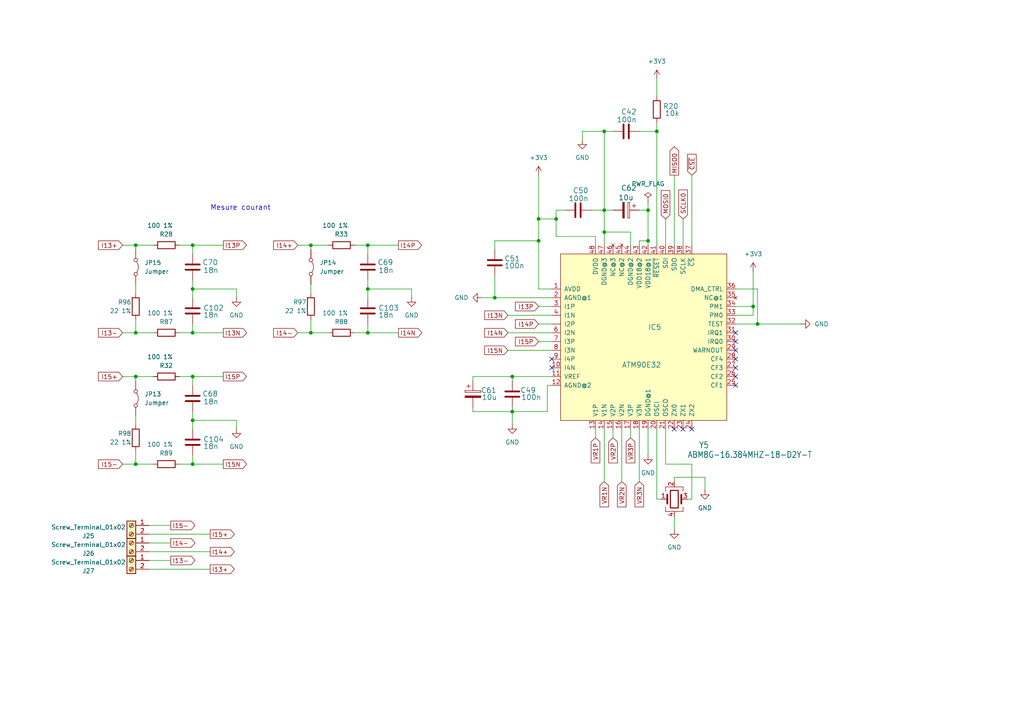
<source format=kicad_sch>
(kicad_sch
	(version 20231120)
	(generator "eeschema")
	(generator_version "8.0")
	(uuid "34ac2892-3e7a-4fde-81c2-1bc261c8cc27")
	(paper "A4")
	(lib_symbols
		(symbol "Connector:Screw_Terminal_01x02"
			(pin_names
				(offset 1.016) hide)
			(exclude_from_sim no)
			(in_bom yes)
			(on_board yes)
			(property "Reference" "J"
				(at 0 2.54 0)
				(effects
					(font
						(size 1.27 1.27)
					)
				)
			)
			(property "Value" "Screw_Terminal_01x02"
				(at 0 -5.08 0)
				(effects
					(font
						(size 1.27 1.27)
					)
				)
			)
			(property "Footprint" ""
				(at 0 0 0)
				(effects
					(font
						(size 1.27 1.27)
					)
					(hide yes)
				)
			)
			(property "Datasheet" "~"
				(at 0 0 0)
				(effects
					(font
						(size 1.27 1.27)
					)
					(hide yes)
				)
			)
			(property "Description" "Generic screw terminal, single row, 01x02, script generated (kicad-library-utils/schlib/autogen/connector/)"
				(at 0 0 0)
				(effects
					(font
						(size 1.27 1.27)
					)
					(hide yes)
				)
			)
			(property "ki_keywords" "screw terminal"
				(at 0 0 0)
				(effects
					(font
						(size 1.27 1.27)
					)
					(hide yes)
				)
			)
			(property "ki_fp_filters" "TerminalBlock*:*"
				(at 0 0 0)
				(effects
					(font
						(size 1.27 1.27)
					)
					(hide yes)
				)
			)
			(symbol "Screw_Terminal_01x02_1_1"
				(rectangle
					(start -1.27 1.27)
					(end 1.27 -3.81)
					(stroke
						(width 0.254)
						(type default)
					)
					(fill
						(type background)
					)
				)
				(circle
					(center 0 -2.54)
					(radius 0.635)
					(stroke
						(width 0.1524)
						(type default)
					)
					(fill
						(type none)
					)
				)
				(polyline
					(pts
						(xy -0.5334 -2.2098) (xy 0.3302 -3.048)
					)
					(stroke
						(width 0.1524)
						(type default)
					)
					(fill
						(type none)
					)
				)
				(polyline
					(pts
						(xy -0.5334 0.3302) (xy 0.3302 -0.508)
					)
					(stroke
						(width 0.1524)
						(type default)
					)
					(fill
						(type none)
					)
				)
				(polyline
					(pts
						(xy -0.3556 -2.032) (xy 0.508 -2.8702)
					)
					(stroke
						(width 0.1524)
						(type default)
					)
					(fill
						(type none)
					)
				)
				(polyline
					(pts
						(xy -0.3556 0.508) (xy 0.508 -0.3302)
					)
					(stroke
						(width 0.1524)
						(type default)
					)
					(fill
						(type none)
					)
				)
				(circle
					(center 0 0)
					(radius 0.635)
					(stroke
						(width 0.1524)
						(type default)
					)
					(fill
						(type none)
					)
				)
				(pin passive line
					(at -5.08 0 0)
					(length 3.81)
					(name "Pin_1"
						(effects
							(font
								(size 1.27 1.27)
							)
						)
					)
					(number "1"
						(effects
							(font
								(size 1.27 1.27)
							)
						)
					)
				)
				(pin passive line
					(at -5.08 -2.54 0)
					(length 3.81)
					(name "Pin_2"
						(effects
							(font
								(size 1.27 1.27)
							)
						)
					)
					(number "2"
						(effects
							(font
								(size 1.27 1.27)
							)
						)
					)
				)
			)
		)
		(symbol "Device:C"
			(pin_numbers hide)
			(pin_names
				(offset 0.254)
			)
			(exclude_from_sim no)
			(in_bom yes)
			(on_board yes)
			(property "Reference" "C"
				(at 0.635 2.54 0)
				(effects
					(font
						(size 1.27 1.27)
					)
					(justify left)
				)
			)
			(property "Value" "C"
				(at 0.635 -2.54 0)
				(effects
					(font
						(size 1.27 1.27)
					)
					(justify left)
				)
			)
			(property "Footprint" ""
				(at 0.9652 -3.81 0)
				(effects
					(font
						(size 1.27 1.27)
					)
					(hide yes)
				)
			)
			(property "Datasheet" "~"
				(at 0 0 0)
				(effects
					(font
						(size 1.27 1.27)
					)
					(hide yes)
				)
			)
			(property "Description" "Unpolarized capacitor"
				(at 0 0 0)
				(effects
					(font
						(size 1.27 1.27)
					)
					(hide yes)
				)
			)
			(property "ki_keywords" "cap capacitor"
				(at 0 0 0)
				(effects
					(font
						(size 1.27 1.27)
					)
					(hide yes)
				)
			)
			(property "ki_fp_filters" "C_*"
				(at 0 0 0)
				(effects
					(font
						(size 1.27 1.27)
					)
					(hide yes)
				)
			)
			(symbol "C_0_1"
				(polyline
					(pts
						(xy -2.032 -0.762) (xy 2.032 -0.762)
					)
					(stroke
						(width 0.508)
						(type default)
					)
					(fill
						(type none)
					)
				)
				(polyline
					(pts
						(xy -2.032 0.762) (xy 2.032 0.762)
					)
					(stroke
						(width 0.508)
						(type default)
					)
					(fill
						(type none)
					)
				)
			)
			(symbol "C_1_1"
				(pin passive line
					(at 0 3.81 270)
					(length 2.794)
					(name "~"
						(effects
							(font
								(size 1.27 1.27)
							)
						)
					)
					(number "1"
						(effects
							(font
								(size 1.27 1.27)
							)
						)
					)
				)
				(pin passive line
					(at 0 -3.81 90)
					(length 2.794)
					(name "~"
						(effects
							(font
								(size 1.27 1.27)
							)
						)
					)
					(number "2"
						(effects
							(font
								(size 1.27 1.27)
							)
						)
					)
				)
			)
		)
		(symbol "Device:C_Polarized"
			(pin_numbers hide)
			(pin_names
				(offset 0.254)
			)
			(exclude_from_sim no)
			(in_bom yes)
			(on_board yes)
			(property "Reference" "C"
				(at 0.635 2.54 0)
				(effects
					(font
						(size 1.27 1.27)
					)
					(justify left)
				)
			)
			(property "Value" "C_Polarized"
				(at 0.635 -2.54 0)
				(effects
					(font
						(size 1.27 1.27)
					)
					(justify left)
				)
			)
			(property "Footprint" ""
				(at 0.9652 -3.81 0)
				(effects
					(font
						(size 1.27 1.27)
					)
					(hide yes)
				)
			)
			(property "Datasheet" "~"
				(at 0 0 0)
				(effects
					(font
						(size 1.27 1.27)
					)
					(hide yes)
				)
			)
			(property "Description" "Polarized capacitor"
				(at 0 0 0)
				(effects
					(font
						(size 1.27 1.27)
					)
					(hide yes)
				)
			)
			(property "ki_keywords" "cap capacitor"
				(at 0 0 0)
				(effects
					(font
						(size 1.27 1.27)
					)
					(hide yes)
				)
			)
			(property "ki_fp_filters" "CP_*"
				(at 0 0 0)
				(effects
					(font
						(size 1.27 1.27)
					)
					(hide yes)
				)
			)
			(symbol "C_Polarized_0_1"
				(rectangle
					(start -2.286 0.508)
					(end 2.286 1.016)
					(stroke
						(width 0)
						(type default)
					)
					(fill
						(type none)
					)
				)
				(polyline
					(pts
						(xy -1.778 2.286) (xy -0.762 2.286)
					)
					(stroke
						(width 0)
						(type default)
					)
					(fill
						(type none)
					)
				)
				(polyline
					(pts
						(xy -1.27 2.794) (xy -1.27 1.778)
					)
					(stroke
						(width 0)
						(type default)
					)
					(fill
						(type none)
					)
				)
				(rectangle
					(start 2.286 -0.508)
					(end -2.286 -1.016)
					(stroke
						(width 0)
						(type default)
					)
					(fill
						(type outline)
					)
				)
			)
			(symbol "C_Polarized_1_1"
				(pin passive line
					(at 0 3.81 270)
					(length 2.794)
					(name "~"
						(effects
							(font
								(size 1.27 1.27)
							)
						)
					)
					(number "1"
						(effects
							(font
								(size 1.27 1.27)
							)
						)
					)
				)
				(pin passive line
					(at 0 -3.81 90)
					(length 2.794)
					(name "~"
						(effects
							(font
								(size 1.27 1.27)
							)
						)
					)
					(number "2"
						(effects
							(font
								(size 1.27 1.27)
							)
						)
					)
				)
			)
		)
		(symbol "Device:Crystal_GND24"
			(pin_names
				(offset 1.016) hide)
			(exclude_from_sim no)
			(in_bom yes)
			(on_board yes)
			(property "Reference" "Y"
				(at 3.175 5.08 0)
				(effects
					(font
						(size 1.27 1.27)
					)
					(justify left)
				)
			)
			(property "Value" "Crystal_GND24"
				(at 3.175 3.175 0)
				(effects
					(font
						(size 1.27 1.27)
					)
					(justify left)
				)
			)
			(property "Footprint" ""
				(at 0 0 0)
				(effects
					(font
						(size 1.27 1.27)
					)
					(hide yes)
				)
			)
			(property "Datasheet" "~"
				(at 0 0 0)
				(effects
					(font
						(size 1.27 1.27)
					)
					(hide yes)
				)
			)
			(property "Description" "Four pin crystal, GND on pins 2 and 4"
				(at 0 0 0)
				(effects
					(font
						(size 1.27 1.27)
					)
					(hide yes)
				)
			)
			(property "ki_keywords" "quartz ceramic resonator oscillator"
				(at 0 0 0)
				(effects
					(font
						(size 1.27 1.27)
					)
					(hide yes)
				)
			)
			(property "ki_fp_filters" "Crystal*"
				(at 0 0 0)
				(effects
					(font
						(size 1.27 1.27)
					)
					(hide yes)
				)
			)
			(symbol "Crystal_GND24_0_1"
				(rectangle
					(start -1.143 2.54)
					(end 1.143 -2.54)
					(stroke
						(width 0.3048)
						(type default)
					)
					(fill
						(type none)
					)
				)
				(polyline
					(pts
						(xy -2.54 0) (xy -2.032 0)
					)
					(stroke
						(width 0)
						(type default)
					)
					(fill
						(type none)
					)
				)
				(polyline
					(pts
						(xy -2.032 -1.27) (xy -2.032 1.27)
					)
					(stroke
						(width 0.508)
						(type default)
					)
					(fill
						(type none)
					)
				)
				(polyline
					(pts
						(xy 0 -3.81) (xy 0 -3.556)
					)
					(stroke
						(width 0)
						(type default)
					)
					(fill
						(type none)
					)
				)
				(polyline
					(pts
						(xy 0 3.556) (xy 0 3.81)
					)
					(stroke
						(width 0)
						(type default)
					)
					(fill
						(type none)
					)
				)
				(polyline
					(pts
						(xy 2.032 -1.27) (xy 2.032 1.27)
					)
					(stroke
						(width 0.508)
						(type default)
					)
					(fill
						(type none)
					)
				)
				(polyline
					(pts
						(xy 2.032 0) (xy 2.54 0)
					)
					(stroke
						(width 0)
						(type default)
					)
					(fill
						(type none)
					)
				)
				(polyline
					(pts
						(xy -2.54 -2.286) (xy -2.54 -3.556) (xy 2.54 -3.556) (xy 2.54 -2.286)
					)
					(stroke
						(width 0)
						(type default)
					)
					(fill
						(type none)
					)
				)
				(polyline
					(pts
						(xy -2.54 2.286) (xy -2.54 3.556) (xy 2.54 3.556) (xy 2.54 2.286)
					)
					(stroke
						(width 0)
						(type default)
					)
					(fill
						(type none)
					)
				)
			)
			(symbol "Crystal_GND24_1_1"
				(pin passive line
					(at -3.81 0 0)
					(length 1.27)
					(name "1"
						(effects
							(font
								(size 1.27 1.27)
							)
						)
					)
					(number "1"
						(effects
							(font
								(size 1.27 1.27)
							)
						)
					)
				)
				(pin passive line
					(at 0 5.08 270)
					(length 1.27)
					(name "2"
						(effects
							(font
								(size 1.27 1.27)
							)
						)
					)
					(number "2"
						(effects
							(font
								(size 1.27 1.27)
							)
						)
					)
				)
				(pin passive line
					(at 3.81 0 180)
					(length 1.27)
					(name "3"
						(effects
							(font
								(size 1.27 1.27)
							)
						)
					)
					(number "3"
						(effects
							(font
								(size 1.27 1.27)
							)
						)
					)
				)
				(pin passive line
					(at 0 -5.08 90)
					(length 1.27)
					(name "4"
						(effects
							(font
								(size 1.27 1.27)
							)
						)
					)
					(number "4"
						(effects
							(font
								(size 1.27 1.27)
							)
						)
					)
				)
			)
		)
		(symbol "Device:R"
			(pin_numbers hide)
			(pin_names
				(offset 0)
			)
			(exclude_from_sim no)
			(in_bom yes)
			(on_board yes)
			(property "Reference" "R"
				(at 2.032 0 90)
				(effects
					(font
						(size 1.27 1.27)
					)
				)
			)
			(property "Value" "R"
				(at 0 0 90)
				(effects
					(font
						(size 1.27 1.27)
					)
				)
			)
			(property "Footprint" ""
				(at -1.778 0 90)
				(effects
					(font
						(size 1.27 1.27)
					)
					(hide yes)
				)
			)
			(property "Datasheet" "~"
				(at 0 0 0)
				(effects
					(font
						(size 1.27 1.27)
					)
					(hide yes)
				)
			)
			(property "Description" "Resistor"
				(at 0 0 0)
				(effects
					(font
						(size 1.27 1.27)
					)
					(hide yes)
				)
			)
			(property "ki_keywords" "R res resistor"
				(at 0 0 0)
				(effects
					(font
						(size 1.27 1.27)
					)
					(hide yes)
				)
			)
			(property "ki_fp_filters" "R_*"
				(at 0 0 0)
				(effects
					(font
						(size 1.27 1.27)
					)
					(hide yes)
				)
			)
			(symbol "R_0_1"
				(rectangle
					(start -1.016 -2.54)
					(end 1.016 2.54)
					(stroke
						(width 0.254)
						(type default)
					)
					(fill
						(type none)
					)
				)
			)
			(symbol "R_1_1"
				(pin passive line
					(at 0 3.81 270)
					(length 1.27)
					(name "~"
						(effects
							(font
								(size 1.27 1.27)
							)
						)
					)
					(number "1"
						(effects
							(font
								(size 1.27 1.27)
							)
						)
					)
				)
				(pin passive line
					(at 0 -3.81 90)
					(length 1.27)
					(name "~"
						(effects
							(font
								(size 1.27 1.27)
							)
						)
					)
					(number "2"
						(effects
							(font
								(size 1.27 1.27)
							)
						)
					)
				)
			)
		)
		(symbol "Jumper:Jumper_2_Bridged"
			(pin_numbers hide)
			(pin_names
				(offset 0) hide)
			(exclude_from_sim yes)
			(in_bom yes)
			(on_board yes)
			(property "Reference" "JP"
				(at 0 1.905 0)
				(effects
					(font
						(size 1.27 1.27)
					)
				)
			)
			(property "Value" "Jumper_2_Bridged"
				(at 0 -2.54 0)
				(effects
					(font
						(size 1.27 1.27)
					)
				)
			)
			(property "Footprint" ""
				(at 0 0 0)
				(effects
					(font
						(size 1.27 1.27)
					)
					(hide yes)
				)
			)
			(property "Datasheet" "~"
				(at 0 0 0)
				(effects
					(font
						(size 1.27 1.27)
					)
					(hide yes)
				)
			)
			(property "Description" "Jumper, 2-pole, closed/bridged"
				(at 0 0 0)
				(effects
					(font
						(size 1.27 1.27)
					)
					(hide yes)
				)
			)
			(property "ki_keywords" "Jumper SPST"
				(at 0 0 0)
				(effects
					(font
						(size 1.27 1.27)
					)
					(hide yes)
				)
			)
			(property "ki_fp_filters" "Jumper* TestPoint*2Pads* TestPoint*Bridge*"
				(at 0 0 0)
				(effects
					(font
						(size 1.27 1.27)
					)
					(hide yes)
				)
			)
			(symbol "Jumper_2_Bridged_0_0"
				(circle
					(center -2.032 0)
					(radius 0.508)
					(stroke
						(width 0)
						(type default)
					)
					(fill
						(type none)
					)
				)
				(circle
					(center 2.032 0)
					(radius 0.508)
					(stroke
						(width 0)
						(type default)
					)
					(fill
						(type none)
					)
				)
			)
			(symbol "Jumper_2_Bridged_0_1"
				(arc
					(start 1.524 0.254)
					(mid 0 0.762)
					(end -1.524 0.254)
					(stroke
						(width 0)
						(type default)
					)
					(fill
						(type none)
					)
				)
			)
			(symbol "Jumper_2_Bridged_1_1"
				(pin passive line
					(at -5.08 0 0)
					(length 2.54)
					(name "A"
						(effects
							(font
								(size 1.27 1.27)
							)
						)
					)
					(number "1"
						(effects
							(font
								(size 1.27 1.27)
							)
						)
					)
				)
				(pin passive line
					(at 5.08 0 180)
					(length 2.54)
					(name "B"
						(effects
							(font
								(size 1.27 1.27)
							)
						)
					)
					(number "2"
						(effects
							(font
								(size 1.27 1.27)
							)
						)
					)
				)
			)
		)
		(symbol "User_Lib_IC:ATM90E36"
			(pin_names
				(offset 1.016)
			)
			(exclude_from_sim no)
			(in_bom yes)
			(on_board yes)
			(property "Reference" "IC?"
				(at 0.254 1.524 0)
				(effects
					(font
						(size 1.4986 1.4986)
					)
					(justify left bottom)
				)
			)
			(property "Value" "ATM90E36"
				(at -5.588 -5.08 0)
				(effects
					(font
						(size 1.4986 1.4986)
					)
					(justify left bottom)
				)
			)
			(property "Footprint" "Package_QFP:TQFP-48-1EP_7x7mm_P0.5mm_EP3.5x3.5mm"
				(at -0.254 -2.032 0)
				(effects
					(font
						(size 1.27 1.27)
					)
					(hide yes)
				)
			)
			(property "Datasheet" ""
				(at 0 0 0)
				(effects
					(font
						(size 1.27 1.27)
					)
					(hide yes)
				)
			)
			(property "Description" ""
				(at 0 0 0)
				(effects
					(font
						(size 1.27 1.27)
					)
					(hide yes)
				)
			)
			(property "manf#" "	ATM90E36A-AU-R"
				(at 0.254 0 0)
				(effects
					(font
						(size 1.27 1.27)
					)
					(hide yes)
				)
			)
			(symbol "ATM90E36_1_0"
				(pin power_in line
					(at -27.94 12.7 0)
					(length 2.54)
					(name "AVDD"
						(effects
							(font
								(size 1.27 1.27)
							)
						)
					)
					(number "1"
						(effects
							(font
								(size 1.27 1.27)
							)
						)
					)
				)
				(pin input line
					(at -27.94 -10.16 0)
					(length 2.54)
					(name "I4N"
						(effects
							(font
								(size 1.27 1.27)
							)
						)
					)
					(number "10"
						(effects
							(font
								(size 1.27 1.27)
							)
						)
					)
				)
				(pin bidirectional line
					(at -27.94 -12.7 0)
					(length 2.54)
					(name "VREF"
						(effects
							(font
								(size 1.27 1.27)
							)
						)
					)
					(number "11"
						(effects
							(font
								(size 1.27 1.27)
							)
						)
					)
				)
				(pin power_in line
					(at -27.94 -15.24 0)
					(length 2.54)
					(name "AGND@2"
						(effects
							(font
								(size 1.27 1.27)
							)
						)
					)
					(number "12"
						(effects
							(font
								(size 1.27 1.27)
							)
						)
					)
				)
				(pin input line
					(at -15.24 -27.94 90)
					(length 2.54)
					(name "V1P"
						(effects
							(font
								(size 1.27 1.27)
							)
						)
					)
					(number "13"
						(effects
							(font
								(size 1.27 1.27)
							)
						)
					)
				)
				(pin input line
					(at -12.7 -27.94 90)
					(length 2.54)
					(name "V1N"
						(effects
							(font
								(size 1.27 1.27)
							)
						)
					)
					(number "14"
						(effects
							(font
								(size 1.27 1.27)
							)
						)
					)
				)
				(pin input line
					(at -10.16 -27.94 90)
					(length 2.54)
					(name "V2P"
						(effects
							(font
								(size 1.27 1.27)
							)
						)
					)
					(number "15"
						(effects
							(font
								(size 1.27 1.27)
							)
						)
					)
				)
				(pin input line
					(at -7.62 -27.94 90)
					(length 2.54)
					(name "V2N"
						(effects
							(font
								(size 1.27 1.27)
							)
						)
					)
					(number "16"
						(effects
							(font
								(size 1.27 1.27)
							)
						)
					)
				)
				(pin input line
					(at -5.08 -27.94 90)
					(length 2.54)
					(name "V3P"
						(effects
							(font
								(size 1.27 1.27)
							)
						)
					)
					(number "17"
						(effects
							(font
								(size 1.27 1.27)
							)
						)
					)
				)
				(pin input line
					(at -2.54 -27.94 90)
					(length 2.54)
					(name "V3N"
						(effects
							(font
								(size 1.27 1.27)
							)
						)
					)
					(number "18"
						(effects
							(font
								(size 1.27 1.27)
							)
						)
					)
				)
				(pin power_in line
					(at 0 -27.94 90)
					(length 2.54)
					(name "DGND@1"
						(effects
							(font
								(size 1.27 1.27)
							)
						)
					)
					(number "19"
						(effects
							(font
								(size 1.27 1.27)
							)
						)
					)
				)
				(pin power_in line
					(at -27.94 10.16 0)
					(length 2.54)
					(name "AGND@1"
						(effects
							(font
								(size 1.27 1.27)
							)
						)
					)
					(number "2"
						(effects
							(font
								(size 1.27 1.27)
							)
						)
					)
				)
				(pin input line
					(at 2.54 -27.94 90)
					(length 2.54)
					(name "OSCI"
						(effects
							(font
								(size 1.27 1.27)
							)
						)
					)
					(number "20"
						(effects
							(font
								(size 1.27 1.27)
							)
						)
					)
				)
				(pin output line
					(at 5.08 -27.94 90)
					(length 2.54)
					(name "OSCO"
						(effects
							(font
								(size 1.27 1.27)
							)
						)
					)
					(number "21"
						(effects
							(font
								(size 1.27 1.27)
							)
						)
					)
				)
				(pin output line
					(at 7.62 -27.94 90)
					(length 2.54)
					(name "ZX0"
						(effects
							(font
								(size 1.27 1.27)
							)
						)
					)
					(number "22"
						(effects
							(font
								(size 1.27 1.27)
							)
						)
					)
				)
				(pin output line
					(at 10.16 -27.94 90)
					(length 2.54)
					(name "ZX1"
						(effects
							(font
								(size 1.27 1.27)
							)
						)
					)
					(number "23"
						(effects
							(font
								(size 1.27 1.27)
							)
						)
					)
				)
				(pin output line
					(at 12.7 -27.94 90)
					(length 2.54)
					(name "ZX2"
						(effects
							(font
								(size 1.27 1.27)
							)
						)
					)
					(number "24"
						(effects
							(font
								(size 1.27 1.27)
							)
						)
					)
				)
				(pin output line
					(at 25.4 -15.24 180)
					(length 2.54)
					(name "CF1"
						(effects
							(font
								(size 1.27 1.27)
							)
						)
					)
					(number "25"
						(effects
							(font
								(size 1.27 1.27)
							)
						)
					)
				)
				(pin output line
					(at 25.4 -12.7 180)
					(length 2.54)
					(name "CF2"
						(effects
							(font
								(size 1.27 1.27)
							)
						)
					)
					(number "26"
						(effects
							(font
								(size 1.27 1.27)
							)
						)
					)
				)
				(pin output line
					(at 25.4 -10.16 180)
					(length 2.54)
					(name "CF3"
						(effects
							(font
								(size 1.27 1.27)
							)
						)
					)
					(number "27"
						(effects
							(font
								(size 1.27 1.27)
							)
						)
					)
				)
				(pin output line
					(at 25.4 -7.62 180)
					(length 2.54)
					(name "CF4"
						(effects
							(font
								(size 1.27 1.27)
							)
						)
					)
					(number "28"
						(effects
							(font
								(size 1.27 1.27)
							)
						)
					)
				)
				(pin output line
					(at 25.4 -5.08 180)
					(length 2.54)
					(name "WARNOUT"
						(effects
							(font
								(size 1.27 1.27)
							)
						)
					)
					(number "29"
						(effects
							(font
								(size 1.27 1.27)
							)
						)
					)
				)
				(pin input line
					(at -27.94 7.62 0)
					(length 2.54)
					(name "I1P"
						(effects
							(font
								(size 1.27 1.27)
							)
						)
					)
					(number "3"
						(effects
							(font
								(size 1.27 1.27)
							)
						)
					)
				)
				(pin output line
					(at 25.4 -2.54 180)
					(length 2.54)
					(name "IRQ0"
						(effects
							(font
								(size 1.27 1.27)
							)
						)
					)
					(number "30"
						(effects
							(font
								(size 1.27 1.27)
							)
						)
					)
				)
				(pin output line
					(at 25.4 0 180)
					(length 2.54)
					(name "IRQ1"
						(effects
							(font
								(size 1.27 1.27)
							)
						)
					)
					(number "31"
						(effects
							(font
								(size 1.27 1.27)
							)
						)
					)
				)
				(pin power_in line
					(at 25.4 2.54 180)
					(length 2.54)
					(name "TEST"
						(effects
							(font
								(size 1.27 1.27)
							)
						)
					)
					(number "32"
						(effects
							(font
								(size 1.27 1.27)
							)
						)
					)
				)
				(pin input line
					(at 25.4 5.08 180)
					(length 2.54)
					(name "PM0"
						(effects
							(font
								(size 1.27 1.27)
							)
						)
					)
					(number "33"
						(effects
							(font
								(size 1.27 1.27)
							)
						)
					)
				)
				(pin input line
					(at 25.4 7.62 180)
					(length 2.54)
					(name "PM1"
						(effects
							(font
								(size 1.27 1.27)
							)
						)
					)
					(number "34"
						(effects
							(font
								(size 1.27 1.27)
							)
						)
					)
				)
				(pin no_connect line
					(at 25.4 10.16 180)
					(length 2.54)
					(name "NC@1"
						(effects
							(font
								(size 1.27 1.27)
							)
						)
					)
					(number "35"
						(effects
							(font
								(size 1.27 1.27)
							)
						)
					)
				)
				(pin input line
					(at 25.4 12.7 180)
					(length 2.54)
					(name "DMA_CTRL"
						(effects
							(font
								(size 1.27 1.27)
							)
						)
					)
					(number "36"
						(effects
							(font
								(size 1.27 1.27)
							)
						)
					)
				)
				(pin input line
					(at 12.7 25.4 270)
					(length 2.54)
					(name "~{CS}"
						(effects
							(font
								(size 1.27 1.27)
							)
						)
					)
					(number "37"
						(effects
							(font
								(size 1.27 1.27)
							)
						)
					)
				)
				(pin input line
					(at 10.16 25.4 270)
					(length 2.54)
					(name "SCLK"
						(effects
							(font
								(size 1.27 1.27)
							)
						)
					)
					(number "38"
						(effects
							(font
								(size 1.27 1.27)
							)
						)
					)
				)
				(pin output line
					(at 7.62 25.4 270)
					(length 2.54)
					(name "SDO"
						(effects
							(font
								(size 1.27 1.27)
							)
						)
					)
					(number "39"
						(effects
							(font
								(size 1.27 1.27)
							)
						)
					)
				)
				(pin input line
					(at -27.94 5.08 0)
					(length 2.54)
					(name "I1N"
						(effects
							(font
								(size 1.27 1.27)
							)
						)
					)
					(number "4"
						(effects
							(font
								(size 1.27 1.27)
							)
						)
					)
				)
				(pin input line
					(at 5.08 25.4 270)
					(length 2.54)
					(name "SDI"
						(effects
							(font
								(size 1.27 1.27)
							)
						)
					)
					(number "40"
						(effects
							(font
								(size 1.27 1.27)
							)
						)
					)
				)
				(pin input line
					(at 2.54 25.4 270)
					(length 2.54)
					(name "~{RESET}"
						(effects
							(font
								(size 1.27 1.27)
							)
						)
					)
					(number "41"
						(effects
							(font
								(size 1.27 1.27)
							)
						)
					)
				)
				(pin power_in line
					(at 0 25.4 270)
					(length 2.54)
					(name "VDD18@1"
						(effects
							(font
								(size 1.27 1.27)
							)
						)
					)
					(number "42"
						(effects
							(font
								(size 1.27 1.27)
							)
						)
					)
				)
				(pin power_in line
					(at -2.54 25.4 270)
					(length 2.54)
					(name "VDD18@2"
						(effects
							(font
								(size 1.27 1.27)
							)
						)
					)
					(number "43"
						(effects
							(font
								(size 1.27 1.27)
							)
						)
					)
				)
				(pin power_in line
					(at -5.08 25.4 270)
					(length 2.54)
					(name "DGND@2"
						(effects
							(font
								(size 1.27 1.27)
							)
						)
					)
					(number "44"
						(effects
							(font
								(size 1.27 1.27)
							)
						)
					)
				)
				(pin no_connect line
					(at -7.62 25.4 270)
					(length 2.54)
					(name "NC@2"
						(effects
							(font
								(size 1.27 1.27)
							)
						)
					)
					(number "45"
						(effects
							(font
								(size 1.27 1.27)
							)
						)
					)
				)
				(pin no_connect line
					(at -10.16 25.4 270)
					(length 2.54)
					(name "NC@3"
						(effects
							(font
								(size 1.27 1.27)
							)
						)
					)
					(number "46"
						(effects
							(font
								(size 1.27 1.27)
							)
						)
					)
				)
				(pin power_in line
					(at -12.7 25.4 270)
					(length 2.54)
					(name "DGND@3"
						(effects
							(font
								(size 1.27 1.27)
							)
						)
					)
					(number "47"
						(effects
							(font
								(size 1.27 1.27)
							)
						)
					)
				)
				(pin power_in line
					(at -15.24 25.4 270)
					(length 2.54)
					(name "DVDD"
						(effects
							(font
								(size 1.27 1.27)
							)
						)
					)
					(number "48"
						(effects
							(font
								(size 1.27 1.27)
							)
						)
					)
				)
				(pin input line
					(at -27.94 2.54 0)
					(length 2.54)
					(name "I2P"
						(effects
							(font
								(size 1.27 1.27)
							)
						)
					)
					(number "5"
						(effects
							(font
								(size 0 0)
							)
						)
					)
				)
				(pin input line
					(at -27.94 0 0)
					(length 2.54)
					(name "I2N"
						(effects
							(font
								(size 1.27 1.27)
							)
						)
					)
					(number "6"
						(effects
							(font
								(size 1.27 1.27)
							)
						)
					)
				)
				(pin input line
					(at -27.94 -2.54 0)
					(length 2.54)
					(name "I3P"
						(effects
							(font
								(size 1.27 1.27)
							)
						)
					)
					(number "7"
						(effects
							(font
								(size 1.27 1.27)
							)
						)
					)
				)
				(pin input line
					(at -27.94 -5.08 0)
					(length 2.54)
					(name "I3N"
						(effects
							(font
								(size 1.27 1.27)
							)
						)
					)
					(number "8"
						(effects
							(font
								(size 1.27 1.27)
							)
						)
					)
				)
				(pin input line
					(at -27.94 -7.62 0)
					(length 2.54)
					(name "I4P"
						(effects
							(font
								(size 1.27 1.27)
							)
						)
					)
					(number "9"
						(effects
							(font
								(size 1.27 1.27)
							)
						)
					)
				)
			)
			(symbol "ATM90E36_1_1"
				(text_box ""
					(at -25.4 22.86 0)
					(size 48.26 -48.26)
					(stroke
						(width 0)
						(type default)
					)
					(fill
						(type color)
						(color 255 255 194 1)
					)
					(effects
						(font
							(size 1.27 1.27)
						)
						(justify left top)
					)
				)
			)
		)
		(symbol "power:+3V3"
			(power)
			(pin_numbers hide)
			(pin_names
				(offset 0) hide)
			(exclude_from_sim no)
			(in_bom yes)
			(on_board yes)
			(property "Reference" "#PWR"
				(at 0 -3.81 0)
				(effects
					(font
						(size 1.27 1.27)
					)
					(hide yes)
				)
			)
			(property "Value" "+3V3"
				(at 0 3.556 0)
				(effects
					(font
						(size 1.27 1.27)
					)
				)
			)
			(property "Footprint" ""
				(at 0 0 0)
				(effects
					(font
						(size 1.27 1.27)
					)
					(hide yes)
				)
			)
			(property "Datasheet" ""
				(at 0 0 0)
				(effects
					(font
						(size 1.27 1.27)
					)
					(hide yes)
				)
			)
			(property "Description" "Power symbol creates a global label with name \"+3V3\""
				(at 0 0 0)
				(effects
					(font
						(size 1.27 1.27)
					)
					(hide yes)
				)
			)
			(property "ki_keywords" "global power"
				(at 0 0 0)
				(effects
					(font
						(size 1.27 1.27)
					)
					(hide yes)
				)
			)
			(symbol "+3V3_0_1"
				(polyline
					(pts
						(xy -0.762 1.27) (xy 0 2.54)
					)
					(stroke
						(width 0)
						(type default)
					)
					(fill
						(type none)
					)
				)
				(polyline
					(pts
						(xy 0 0) (xy 0 2.54)
					)
					(stroke
						(width 0)
						(type default)
					)
					(fill
						(type none)
					)
				)
				(polyline
					(pts
						(xy 0 2.54) (xy 0.762 1.27)
					)
					(stroke
						(width 0)
						(type default)
					)
					(fill
						(type none)
					)
				)
			)
			(symbol "+3V3_1_1"
				(pin power_in line
					(at 0 0 90)
					(length 0)
					(name "~"
						(effects
							(font
								(size 1.27 1.27)
							)
						)
					)
					(number "1"
						(effects
							(font
								(size 1.27 1.27)
							)
						)
					)
				)
			)
		)
		(symbol "power:GND"
			(power)
			(pin_numbers hide)
			(pin_names
				(offset 0) hide)
			(exclude_from_sim no)
			(in_bom yes)
			(on_board yes)
			(property "Reference" "#PWR"
				(at 0 -6.35 0)
				(effects
					(font
						(size 1.27 1.27)
					)
					(hide yes)
				)
			)
			(property "Value" "GND"
				(at 0 -3.81 0)
				(effects
					(font
						(size 1.27 1.27)
					)
				)
			)
			(property "Footprint" ""
				(at 0 0 0)
				(effects
					(font
						(size 1.27 1.27)
					)
					(hide yes)
				)
			)
			(property "Datasheet" ""
				(at 0 0 0)
				(effects
					(font
						(size 1.27 1.27)
					)
					(hide yes)
				)
			)
			(property "Description" "Power symbol creates a global label with name \"GND\" , ground"
				(at 0 0 0)
				(effects
					(font
						(size 1.27 1.27)
					)
					(hide yes)
				)
			)
			(property "ki_keywords" "global power"
				(at 0 0 0)
				(effects
					(font
						(size 1.27 1.27)
					)
					(hide yes)
				)
			)
			(symbol "GND_0_1"
				(polyline
					(pts
						(xy 0 0) (xy 0 -1.27) (xy 1.27 -1.27) (xy 0 -2.54) (xy -1.27 -1.27) (xy 0 -1.27)
					)
					(stroke
						(width 0)
						(type default)
					)
					(fill
						(type none)
					)
				)
			)
			(symbol "GND_1_1"
				(pin power_in line
					(at 0 0 270)
					(length 0)
					(name "~"
						(effects
							(font
								(size 1.27 1.27)
							)
						)
					)
					(number "1"
						(effects
							(font
								(size 1.27 1.27)
							)
						)
					)
				)
			)
		)
		(symbol "power:PWR_FLAG"
			(power)
			(pin_numbers hide)
			(pin_names
				(offset 0) hide)
			(exclude_from_sim no)
			(in_bom yes)
			(on_board yes)
			(property "Reference" "#FLG"
				(at 0 1.905 0)
				(effects
					(font
						(size 1.27 1.27)
					)
					(hide yes)
				)
			)
			(property "Value" "PWR_FLAG"
				(at 0 3.81 0)
				(effects
					(font
						(size 1.27 1.27)
					)
				)
			)
			(property "Footprint" ""
				(at 0 0 0)
				(effects
					(font
						(size 1.27 1.27)
					)
					(hide yes)
				)
			)
			(property "Datasheet" "~"
				(at 0 0 0)
				(effects
					(font
						(size 1.27 1.27)
					)
					(hide yes)
				)
			)
			(property "Description" "Special symbol for telling ERC where power comes from"
				(at 0 0 0)
				(effects
					(font
						(size 1.27 1.27)
					)
					(hide yes)
				)
			)
			(property "ki_keywords" "flag power"
				(at 0 0 0)
				(effects
					(font
						(size 1.27 1.27)
					)
					(hide yes)
				)
			)
			(symbol "PWR_FLAG_0_0"
				(pin power_out line
					(at 0 0 90)
					(length 0)
					(name "~"
						(effects
							(font
								(size 1.27 1.27)
							)
						)
					)
					(number "1"
						(effects
							(font
								(size 1.27 1.27)
							)
						)
					)
				)
			)
			(symbol "PWR_FLAG_0_1"
				(polyline
					(pts
						(xy 0 0) (xy 0 1.27) (xy -1.016 1.905) (xy 0 2.54) (xy 1.016 1.905) (xy 0 1.27)
					)
					(stroke
						(width 0)
						(type default)
					)
					(fill
						(type none)
					)
				)
			)
		)
	)
	(junction
		(at 175.26 38.1)
		(diameter 0)
		(color 0 0 0 0)
		(uuid "034ad0ce-f6f8-4f63-b665-0584ad9dd248")
	)
	(junction
		(at 156.21 69.85)
		(diameter 0)
		(color 0 0 0 0)
		(uuid "1128a8ac-256d-4e45-89ce-5819204d71f0")
	)
	(junction
		(at 90.17 96.52)
		(diameter 0)
		(color 0 0 0 0)
		(uuid "159e1cfa-1564-473b-86cb-276effca15e0")
	)
	(junction
		(at 90.17 71.12)
		(diameter 0)
		(color 0 0 0 0)
		(uuid "163b5a36-f61b-4106-b2cf-f1c289233030")
	)
	(junction
		(at 106.68 71.12)
		(diameter 0)
		(color 0 0 0 0)
		(uuid "1e40f0da-ec0b-48e5-bd86-542a6b0e140d")
	)
	(junction
		(at 106.68 83.82)
		(diameter 0)
		(color 0 0 0 0)
		(uuid "21a0d68b-b5e6-4547-9f3d-e80d70255d45")
	)
	(junction
		(at 39.37 134.62)
		(diameter 0)
		(color 0 0 0 0)
		(uuid "2aba7a48-666b-41a0-a69f-1b19537610cd")
	)
	(junction
		(at 148.59 119.38)
		(diameter 0)
		(color 0 0 0 0)
		(uuid "2adafac2-4ff3-4727-b3b7-6673701b3fc9")
	)
	(junction
		(at 175.26 60.96)
		(diameter 0)
		(color 0 0 0 0)
		(uuid "2d3ea816-bf7d-4efa-961b-e976bced4ecd")
	)
	(junction
		(at 39.37 109.22)
		(diameter 0)
		(color 0 0 0 0)
		(uuid "2f1bf3dc-c00d-4f2e-ba35-0300dca481dc")
	)
	(junction
		(at 175.26 67.31)
		(diameter 0)
		(color 0 0 0 0)
		(uuid "3569b804-cc4b-435c-b119-7cf2688db4d6")
	)
	(junction
		(at 148.59 109.22)
		(diameter 0)
		(color 0 0 0 0)
		(uuid "4da89e0c-2827-4e26-9fed-147dc6428ea4")
	)
	(junction
		(at 161.29 63.5)
		(diameter 0)
		(color 0 0 0 0)
		(uuid "638199d9-a966-4535-8483-5ae8fee04efa")
	)
	(junction
		(at 218.44 88.9)
		(diameter 0)
		(color 0 0 0 0)
		(uuid "7362c44e-9a56-4cca-af24-9aee32360aa8")
	)
	(junction
		(at 143.51 86.36)
		(diameter 0)
		(color 0 0 0 0)
		(uuid "82f086b7-abd1-4c49-94cb-68138ca8601f")
	)
	(junction
		(at 39.37 71.12)
		(diameter 0)
		(color 0 0 0 0)
		(uuid "8766a6d8-aa60-455a-9cc4-3f08d6a0e129")
	)
	(junction
		(at 190.5 38.1)
		(diameter 0)
		(color 0 0 0 0)
		(uuid "8b9e02f7-6239-4f57-8e4b-73faaa8910b4")
	)
	(junction
		(at 106.68 96.52)
		(diameter 0)
		(color 0 0 0 0)
		(uuid "964c07cc-3d5f-4e84-b71e-cb95085d0905")
	)
	(junction
		(at 55.88 121.92)
		(diameter 0)
		(color 0 0 0 0)
		(uuid "9ae68187-da90-4b69-9141-3581f918db29")
	)
	(junction
		(at 39.37 96.52)
		(diameter 0)
		(color 0 0 0 0)
		(uuid "9e4fee54-2fb9-443a-85f0-a4da559eb692")
	)
	(junction
		(at 55.88 71.12)
		(diameter 0)
		(color 0 0 0 0)
		(uuid "aa252e28-5431-4cbe-8861-eea65b7b25ca")
	)
	(junction
		(at 187.96 69.85)
		(diameter 0)
		(color 0 0 0 0)
		(uuid "af04ae68-3e62-49ac-89b0-6f6cb6cbd733")
	)
	(junction
		(at 55.88 134.62)
		(diameter 0)
		(color 0 0 0 0)
		(uuid "c7e02ffe-638b-4ed0-96ac-8b07bdda4458")
	)
	(junction
		(at 55.88 96.52)
		(diameter 0)
		(color 0 0 0 0)
		(uuid "d9998b01-8077-4eed-a72e-2bc3d79084c8")
	)
	(junction
		(at 187.96 60.96)
		(diameter 0)
		(color 0 0 0 0)
		(uuid "df0be55a-e584-4704-bc8e-36462d831dc6")
	)
	(junction
		(at 219.71 93.98)
		(diameter 0)
		(color 0 0 0 0)
		(uuid "f069443f-f6c9-478e-97ec-1122634c363c")
	)
	(junction
		(at 55.88 83.82)
		(diameter 0)
		(color 0 0 0 0)
		(uuid "f10a704b-f8e8-42f3-bc00-04f213ff31bd")
	)
	(junction
		(at 156.21 63.5)
		(diameter 0)
		(color 0 0 0 0)
		(uuid "f65e08d4-3813-44d6-9414-52f44c92a506")
	)
	(junction
		(at 55.88 109.22)
		(diameter 0)
		(color 0 0 0 0)
		(uuid "f90abf13-8033-47c9-8d68-675bbcf6fa7c")
	)
	(no_connect
		(at 213.36 99.06)
		(uuid "05180aac-42a1-466c-8006-d2618c05d41b")
	)
	(no_connect
		(at 200.66 124.46)
		(uuid "220d5b4f-d94f-4790-88b4-88e7600c57d3")
	)
	(no_connect
		(at 213.36 104.14)
		(uuid "28b52a93-d4f2-4ca0-bbb6-85038d25a770")
	)
	(no_connect
		(at 213.36 111.76)
		(uuid "3a3a5cb0-2160-41e5-ba2f-9570ed448899")
	)
	(no_connect
		(at 160.02 104.14)
		(uuid "577bcf67-39d5-4f56-b300-b9742a97782e")
	)
	(no_connect
		(at 160.02 106.68)
		(uuid "6744b308-ca10-49ca-8569-8e437a743695")
	)
	(no_connect
		(at 213.36 101.6)
		(uuid "8d292eac-efe1-4e54-9ac4-14341da6510d")
	)
	(no_connect
		(at 198.12 124.46)
		(uuid "95c4bd80-fa21-4ec5-a55c-b927c413cf35")
	)
	(no_connect
		(at 213.36 96.52)
		(uuid "9ead5970-4961-4dac-bc25-c5ce93968cd0")
	)
	(no_connect
		(at 213.36 106.68)
		(uuid "a3dfa613-814f-4e2c-b54f-af94de5addce")
	)
	(no_connect
		(at 213.36 109.22)
		(uuid "a7a60c07-db50-49b8-9343-cfa02af8140e")
	)
	(no_connect
		(at 195.58 124.46)
		(uuid "c9bed8c1-be63-4ffd-8a95-139d51bcab8f")
	)
	(wire
		(pts
			(xy 35.56 71.12) (xy 39.37 71.12)
		)
		(stroke
			(width 0)
			(type default)
		)
		(uuid "03cd02de-8a9e-4eae-8500-9b9ab730750f")
	)
	(wire
		(pts
			(xy 175.26 60.96) (xy 177.8 60.96)
		)
		(stroke
			(width 0)
			(type default)
		)
		(uuid "0671b3ed-e20f-44bf-8cc0-7bb2ecb71030")
	)
	(wire
		(pts
			(xy 195.58 71.12) (xy 195.58 50.8)
		)
		(stroke
			(width 0)
			(type default)
		)
		(uuid "0694257f-5d32-4fe5-b7bb-9642d712f137")
	)
	(wire
		(pts
			(xy 156.21 99.06) (xy 160.02 99.06)
		)
		(stroke
			(width 0)
			(type default)
		)
		(uuid "08b9197d-e9c0-4d41-b2d3-777bb2085b9e")
	)
	(wire
		(pts
			(xy 156.21 69.85) (xy 156.21 83.82)
		)
		(stroke
			(width 0)
			(type default)
		)
		(uuid "08f6ec19-2486-4e6e-9af4-cca38da2d937")
	)
	(wire
		(pts
			(xy 106.68 71.12) (xy 115.57 71.12)
		)
		(stroke
			(width 0)
			(type default)
		)
		(uuid "09038669-6159-4f7e-b056-fcceae75b11e")
	)
	(wire
		(pts
			(xy 106.68 96.52) (xy 115.57 96.52)
		)
		(stroke
			(width 0)
			(type default)
		)
		(uuid "0c780b8c-8103-4c68-abbb-a34abd9242a5")
	)
	(wire
		(pts
			(xy 90.17 71.12) (xy 90.17 72.39)
		)
		(stroke
			(width 0)
			(type default)
		)
		(uuid "0dca46e1-917a-42e9-8eff-29a70f887b19")
	)
	(wire
		(pts
			(xy 43.18 152.4) (xy 49.53 152.4)
		)
		(stroke
			(width 0)
			(type default)
		)
		(uuid "0eff519c-04c8-4c06-ac45-32383440533e")
	)
	(wire
		(pts
			(xy 158.75 119.38) (xy 158.75 111.76)
		)
		(stroke
			(width 0)
			(type default)
		)
		(uuid "126ea0ab-e951-4da3-8aff-c093427754fa")
	)
	(wire
		(pts
			(xy 175.26 67.31) (xy 182.88 67.31)
		)
		(stroke
			(width 0)
			(type default)
		)
		(uuid "135ab7bb-8a04-49f0-85d1-39eb09ae0629")
	)
	(wire
		(pts
			(xy 55.88 83.82) (xy 55.88 86.36)
		)
		(stroke
			(width 0)
			(type default)
		)
		(uuid "1405b56e-5e6d-4b42-9012-cbbdc877c33e")
	)
	(wire
		(pts
			(xy 190.5 38.1) (xy 185.42 38.1)
		)
		(stroke
			(width 0)
			(type default)
		)
		(uuid "14f7a180-ca76-4cb6-bdba-15468e2f1a35")
	)
	(wire
		(pts
			(xy 182.88 67.31) (xy 182.88 71.12)
		)
		(stroke
			(width 0)
			(type default)
		)
		(uuid "190d7066-1932-4388-a905-20c717503ee7")
	)
	(wire
		(pts
			(xy 143.51 86.36) (xy 160.02 86.36)
		)
		(stroke
			(width 0)
			(type default)
		)
		(uuid "196d4558-c077-45cd-8865-10a55286810e")
	)
	(wire
		(pts
			(xy 90.17 92.71) (xy 90.17 96.52)
		)
		(stroke
			(width 0)
			(type default)
		)
		(uuid "1bf46d6f-d359-4981-b5d1-bb7f0a511648")
	)
	(wire
		(pts
			(xy 175.26 38.1) (xy 177.8 38.1)
		)
		(stroke
			(width 0)
			(type default)
		)
		(uuid "1caec56a-c636-465e-bf3b-5c520830294a")
	)
	(wire
		(pts
			(xy 185.42 60.96) (xy 187.96 60.96)
		)
		(stroke
			(width 0)
			(type default)
		)
		(uuid "1d6237f4-8372-4880-958e-0d1073a837e0")
	)
	(wire
		(pts
			(xy 187.96 60.96) (xy 187.96 69.85)
		)
		(stroke
			(width 0)
			(type default)
		)
		(uuid "1e1fccb1-2438-4e7d-a120-ff7b0792b3be")
	)
	(wire
		(pts
			(xy 158.75 111.76) (xy 160.02 111.76)
		)
		(stroke
			(width 0)
			(type default)
		)
		(uuid "1e3027dc-7a1a-4a16-a81a-5006d2cb379e")
	)
	(wire
		(pts
			(xy 55.88 71.12) (xy 64.77 71.12)
		)
		(stroke
			(width 0)
			(type default)
		)
		(uuid "1fa1ac33-19eb-4374-b6ee-ac0c9b849e03")
	)
	(wire
		(pts
			(xy 43.18 160.02) (xy 60.96 160.02)
		)
		(stroke
			(width 0)
			(type default)
		)
		(uuid "1fdc53ec-b640-4f8c-a560-8336795827c8")
	)
	(wire
		(pts
			(xy 218.44 91.44) (xy 213.36 91.44)
		)
		(stroke
			(width 0)
			(type default)
		)
		(uuid "203475c5-8c06-4d5b-9986-9992d704c933")
	)
	(wire
		(pts
			(xy 190.5 22.86) (xy 190.5 27.94)
		)
		(stroke
			(width 0)
			(type default)
		)
		(uuid "20c07825-dcfa-403b-9512-c965fd483caf")
	)
	(wire
		(pts
			(xy 193.04 71.12) (xy 193.04 63.5)
		)
		(stroke
			(width 0)
			(type default)
		)
		(uuid "24fc7ed1-a6ab-441f-a7f4-f3ff222fb859")
	)
	(wire
		(pts
			(xy 156.21 50.8) (xy 156.21 63.5)
		)
		(stroke
			(width 0)
			(type default)
		)
		(uuid "26d784e5-6e17-46b6-a8a4-0ada6e0efbfc")
	)
	(wire
		(pts
			(xy 43.18 154.94) (xy 60.96 154.94)
		)
		(stroke
			(width 0)
			(type default)
		)
		(uuid "2d7c917f-247b-4a20-8cca-0b81651ef967")
	)
	(wire
		(pts
			(xy 219.71 93.98) (xy 232.41 93.98)
		)
		(stroke
			(width 0)
			(type default)
		)
		(uuid "2e9fff8c-2350-44fd-9cff-3b7966786d7c")
	)
	(wire
		(pts
			(xy 213.36 93.98) (xy 219.71 93.98)
		)
		(stroke
			(width 0)
			(type default)
		)
		(uuid "3074916d-df03-479b-8054-97b654c82cb4")
	)
	(wire
		(pts
			(xy 161.29 60.96) (xy 161.29 63.5)
		)
		(stroke
			(width 0)
			(type default)
		)
		(uuid "3092aa32-38da-4679-b657-78a7ea103039")
	)
	(wire
		(pts
			(xy 187.96 58.42) (xy 187.96 60.96)
		)
		(stroke
			(width 0)
			(type default)
		)
		(uuid "3163c31f-5712-4f48-bb6e-438717825a46")
	)
	(wire
		(pts
			(xy 148.59 109.22) (xy 148.59 110.49)
		)
		(stroke
			(width 0)
			(type default)
		)
		(uuid "32b59ac2-f253-4246-bc80-e1deb7fcafc4")
	)
	(wire
		(pts
			(xy 148.59 109.22) (xy 137.16 109.22)
		)
		(stroke
			(width 0)
			(type default)
		)
		(uuid "32c2786a-81d4-440e-b727-2047ec1a211b")
	)
	(wire
		(pts
			(xy 172.72 124.46) (xy 172.72 127)
		)
		(stroke
			(width 0)
			(type default)
		)
		(uuid "36d74716-a304-47c7-9698-95a8a4432bf5")
	)
	(wire
		(pts
			(xy 39.37 92.71) (xy 39.37 96.52)
		)
		(stroke
			(width 0)
			(type default)
		)
		(uuid "38937ec8-c85e-4abb-b784-0545d2a2f6a3")
	)
	(wire
		(pts
			(xy 68.58 121.92) (xy 68.58 124.46)
		)
		(stroke
			(width 0)
			(type default)
		)
		(uuid "397cbf32-9e99-42d3-b166-33156af52a29")
	)
	(wire
		(pts
			(xy 39.37 96.52) (xy 35.56 96.52)
		)
		(stroke
			(width 0)
			(type default)
		)
		(uuid "3d2b62c5-7c71-4458-a55d-e407f6aa4b66")
	)
	(wire
		(pts
			(xy 55.88 109.22) (xy 64.77 109.22)
		)
		(stroke
			(width 0)
			(type default)
		)
		(uuid "3ebfd775-21de-4f46-b9a8-e8b206ddc4a0")
	)
	(wire
		(pts
			(xy 39.37 120.65) (xy 39.37 123.19)
		)
		(stroke
			(width 0)
			(type default)
		)
		(uuid "40be1bd1-635b-4e8c-8e94-2966aeb83bbb")
	)
	(wire
		(pts
			(xy 143.51 80.01) (xy 143.51 86.36)
		)
		(stroke
			(width 0)
			(type default)
		)
		(uuid "40c77a05-320f-4522-bf3d-d3b1635d81c3")
	)
	(wire
		(pts
			(xy 182.88 124.46) (xy 182.88 127)
		)
		(stroke
			(width 0)
			(type default)
		)
		(uuid "41420880-cb75-4ad8-bd2c-a9a12eb5451e")
	)
	(wire
		(pts
			(xy 52.07 96.52) (xy 55.88 96.52)
		)
		(stroke
			(width 0)
			(type default)
		)
		(uuid "4347fbf2-2177-4a08-be51-da50c6ae8651")
	)
	(wire
		(pts
			(xy 55.88 119.38) (xy 55.88 121.92)
		)
		(stroke
			(width 0)
			(type default)
		)
		(uuid "485c4043-6e35-4f98-8341-54523849c32d")
	)
	(wire
		(pts
			(xy 177.8 124.46) (xy 177.8 127)
		)
		(stroke
			(width 0)
			(type default)
		)
		(uuid "4974b826-326d-482c-9904-8019d191c22c")
	)
	(wire
		(pts
			(xy 187.96 124.46) (xy 187.96 132.08)
		)
		(stroke
			(width 0)
			(type default)
		)
		(uuid "49838672-1b71-4689-9b4b-4f5e440ca014")
	)
	(wire
		(pts
			(xy 190.5 124.46) (xy 190.5 144.78)
		)
		(stroke
			(width 0)
			(type default)
		)
		(uuid "4a8d5608-99c5-4b5b-bfd9-59cfc2b2df9b")
	)
	(wire
		(pts
			(xy 143.51 69.85) (xy 156.21 69.85)
		)
		(stroke
			(width 0)
			(type default)
		)
		(uuid "4d3cce45-96a8-45cc-9053-86341ce87dd8")
	)
	(wire
		(pts
			(xy 200.66 71.12) (xy 200.66 50.8)
		)
		(stroke
			(width 0)
			(type default)
		)
		(uuid "4fccef18-2091-45df-8b77-23f0c1e73c8b")
	)
	(wire
		(pts
			(xy 39.37 134.62) (xy 44.45 134.62)
		)
		(stroke
			(width 0)
			(type default)
		)
		(uuid "50403bd7-b9d1-4c5f-a68c-4027dcc0605a")
	)
	(wire
		(pts
			(xy 148.59 119.38) (xy 158.75 119.38)
		)
		(stroke
			(width 0)
			(type default)
		)
		(uuid "509d60a6-86d1-484c-963f-9cd6923c55f3")
	)
	(wire
		(pts
			(xy 39.37 134.62) (xy 35.56 134.62)
		)
		(stroke
			(width 0)
			(type default)
		)
		(uuid "5473d543-4951-463e-81dd-aa420d2e5ec8")
	)
	(wire
		(pts
			(xy 213.36 83.82) (xy 219.71 83.82)
		)
		(stroke
			(width 0)
			(type default)
		)
		(uuid "5cf849f8-e475-4ff4-92a2-dc4e424928b0")
	)
	(wire
		(pts
			(xy 199.39 144.78) (xy 200.66 144.78)
		)
		(stroke
			(width 0)
			(type default)
		)
		(uuid "5fb8441a-1d42-4dbe-a684-29551a3ba439")
	)
	(wire
		(pts
			(xy 39.37 71.12) (xy 39.37 72.39)
		)
		(stroke
			(width 0)
			(type default)
		)
		(uuid "6493548e-6eb5-402d-b3ea-7301af8207ac")
	)
	(wire
		(pts
			(xy 90.17 82.55) (xy 90.17 85.09)
		)
		(stroke
			(width 0)
			(type default)
		)
		(uuid "658322a5-0b8b-46c3-a319-498b2e9d7895")
	)
	(wire
		(pts
			(xy 39.37 82.55) (xy 39.37 85.09)
		)
		(stroke
			(width 0)
			(type default)
		)
		(uuid "660c5cc2-0ae8-4d61-ad9d-b455269dcd82")
	)
	(wire
		(pts
			(xy 39.37 109.22) (xy 44.45 109.22)
		)
		(stroke
			(width 0)
			(type default)
		)
		(uuid "665bc950-7680-4d31-85c5-42c30948b52c")
	)
	(wire
		(pts
			(xy 185.42 139.7) (xy 185.42 124.46)
		)
		(stroke
			(width 0)
			(type default)
		)
		(uuid "6949305f-1fc8-476e-8c2c-4e89f2c55ac0")
	)
	(wire
		(pts
			(xy 218.44 78.74) (xy 218.44 88.9)
		)
		(stroke
			(width 0)
			(type default)
		)
		(uuid "696c58ba-44bd-4936-9c7d-ccd76cd38ef7")
	)
	(wire
		(pts
			(xy 218.44 88.9) (xy 218.44 91.44)
		)
		(stroke
			(width 0)
			(type default)
		)
		(uuid "6983971f-6cd1-4f4c-8e04-bdc6174c819a")
	)
	(wire
		(pts
			(xy 175.26 38.1) (xy 175.26 60.96)
		)
		(stroke
			(width 0)
			(type default)
		)
		(uuid "6bb3f7db-46a8-41b1-ab56-1afbb84c111e")
	)
	(wire
		(pts
			(xy 190.5 35.56) (xy 190.5 38.1)
		)
		(stroke
			(width 0)
			(type default)
		)
		(uuid "6cf23d83-1cd0-46a7-b605-ec4ea98b4636")
	)
	(wire
		(pts
			(xy 55.88 81.28) (xy 55.88 83.82)
		)
		(stroke
			(width 0)
			(type default)
		)
		(uuid "6e04f0f1-3b7c-42ac-8c45-c581f3da5798")
	)
	(wire
		(pts
			(xy 148.59 119.38) (xy 148.59 123.19)
		)
		(stroke
			(width 0)
			(type default)
		)
		(uuid "6efed036-e010-4bfa-aa91-bbb9a645fa02")
	)
	(wire
		(pts
			(xy 43.18 157.48) (xy 49.53 157.48)
		)
		(stroke
			(width 0)
			(type default)
		)
		(uuid "70108324-9750-41b7-b3d8-197f4b9edaf4")
	)
	(wire
		(pts
			(xy 156.21 88.9) (xy 160.02 88.9)
		)
		(stroke
			(width 0)
			(type default)
		)
		(uuid "7a1782b8-9777-4637-8154-6a6a32e8a8e1")
	)
	(wire
		(pts
			(xy 213.36 88.9) (xy 218.44 88.9)
		)
		(stroke
			(width 0)
			(type default)
		)
		(uuid "7afc5f97-d32f-4e70-871a-eecb9ca816b5")
	)
	(wire
		(pts
			(xy 35.56 109.22) (xy 39.37 109.22)
		)
		(stroke
			(width 0)
			(type default)
		)
		(uuid "7e55d997-75bf-4615-b42e-a1add4a3fb2f")
	)
	(wire
		(pts
			(xy 106.68 81.28) (xy 106.68 83.82)
		)
		(stroke
			(width 0)
			(type default)
		)
		(uuid "7eb0c26b-64a1-4e96-8504-c83ece0dcd80")
	)
	(wire
		(pts
			(xy 148.59 109.22) (xy 160.02 109.22)
		)
		(stroke
			(width 0)
			(type default)
		)
		(uuid "7f4537d1-0923-4f4c-a7b4-45753381f490")
	)
	(wire
		(pts
			(xy 52.07 109.22) (xy 55.88 109.22)
		)
		(stroke
			(width 0)
			(type default)
		)
		(uuid "81f94cb0-9ada-40ee-a324-4c31f7d5bfb6")
	)
	(wire
		(pts
			(xy 43.18 165.1) (xy 60.96 165.1)
		)
		(stroke
			(width 0)
			(type default)
		)
		(uuid "82012546-8978-450e-a452-20a2dc9ff43d")
	)
	(wire
		(pts
			(xy 106.68 83.82) (xy 119.38 83.82)
		)
		(stroke
			(width 0)
			(type default)
		)
		(uuid "82044c72-c6dd-4ae3-b5be-267acfeb8658")
	)
	(wire
		(pts
			(xy 200.66 144.78) (xy 200.66 134.62)
		)
		(stroke
			(width 0)
			(type default)
		)
		(uuid "848a6900-6945-4009-878c-650471b93ec2")
	)
	(wire
		(pts
			(xy 195.58 138.43) (xy 195.58 139.7)
		)
		(stroke
			(width 0)
			(type default)
		)
		(uuid "85f55751-c3ec-4314-83be-0921ac0f8714")
	)
	(wire
		(pts
			(xy 137.16 119.38) (xy 148.59 119.38)
		)
		(stroke
			(width 0)
			(type default)
		)
		(uuid "8671fbac-6f8c-4b5d-b197-2869dc1eec04")
	)
	(wire
		(pts
			(xy 106.68 71.12) (xy 106.68 73.66)
		)
		(stroke
			(width 0)
			(type default)
		)
		(uuid "89f14c56-e6fe-40ee-8a5d-719ed7b6f14f")
	)
	(wire
		(pts
			(xy 119.38 83.82) (xy 119.38 86.36)
		)
		(stroke
			(width 0)
			(type default)
		)
		(uuid "8e939900-18c5-47f8-a0b8-46652033c213")
	)
	(wire
		(pts
			(xy 204.47 138.43) (xy 195.58 138.43)
		)
		(stroke
			(width 0)
			(type default)
		)
		(uuid "9119f90a-13b9-4f7a-9126-53f0ed76cc1f")
	)
	(wire
		(pts
			(xy 193.04 124.46) (xy 193.04 134.62)
		)
		(stroke
			(width 0)
			(type default)
		)
		(uuid "92aac3d7-bd32-4e24-8985-a549d73deca7")
	)
	(wire
		(pts
			(xy 185.42 69.85) (xy 187.96 69.85)
		)
		(stroke
			(width 0)
			(type default)
		)
		(uuid "9685405d-f0ad-44c4-b04a-edfe621a9baa")
	)
	(wire
		(pts
			(xy 39.37 71.12) (xy 44.45 71.12)
		)
		(stroke
			(width 0)
			(type default)
		)
		(uuid "977e1ed7-3520-4b1b-92bc-dbeb8e59836f")
	)
	(wire
		(pts
			(xy 161.29 63.5) (xy 161.29 68.58)
		)
		(stroke
			(width 0)
			(type default)
		)
		(uuid "9e4b8c73-645b-43b7-8af7-9e70ff09239e")
	)
	(wire
		(pts
			(xy 86.36 71.12) (xy 90.17 71.12)
		)
		(stroke
			(width 0)
			(type default)
		)
		(uuid "9fdf75b5-b4e3-4b96-bdd6-3732c56edca0")
	)
	(wire
		(pts
			(xy 198.12 71.12) (xy 198.12 63.5)
		)
		(stroke
			(width 0)
			(type default)
		)
		(uuid "a6a6fc1e-6077-41dc-9c92-25e9d8fd474d")
	)
	(wire
		(pts
			(xy 148.59 118.11) (xy 148.59 119.38)
		)
		(stroke
			(width 0)
			(type default)
		)
		(uuid "aa2cd100-add5-4344-96d6-9a6c17bbb365")
	)
	(wire
		(pts
			(xy 52.07 71.12) (xy 55.88 71.12)
		)
		(stroke
			(width 0)
			(type default)
		)
		(uuid "ab0890bd-6e09-4282-b963-de2cc992d82d")
	)
	(wire
		(pts
			(xy 147.32 101.6) (xy 160.02 101.6)
		)
		(stroke
			(width 0)
			(type default)
		)
		(uuid "ae4159ef-59fb-425f-a4e9-fa250ede303b")
	)
	(wire
		(pts
			(xy 55.88 71.12) (xy 55.88 73.66)
		)
		(stroke
			(width 0)
			(type default)
		)
		(uuid "ae5f25d4-9c8e-4cb0-864d-e84453c58f9a")
	)
	(wire
		(pts
			(xy 161.29 68.58) (xy 172.72 68.58)
		)
		(stroke
			(width 0)
			(type default)
		)
		(uuid "af12660b-e7a3-453f-9b1d-56717c7ab3e5")
	)
	(wire
		(pts
			(xy 185.42 69.85) (xy 185.42 71.12)
		)
		(stroke
			(width 0)
			(type default)
		)
		(uuid "b08d6509-1a90-4338-918b-e3b37df3a769")
	)
	(wire
		(pts
			(xy 200.66 134.62) (xy 193.04 134.62)
		)
		(stroke
			(width 0)
			(type default)
		)
		(uuid "b3f65439-6b50-4eb6-b666-1d441bb42320")
	)
	(wire
		(pts
			(xy 52.07 134.62) (xy 55.88 134.62)
		)
		(stroke
			(width 0)
			(type default)
		)
		(uuid "b775b0d9-83f5-47eb-b218-399d5946f2e9")
	)
	(wire
		(pts
			(xy 156.21 63.5) (xy 156.21 69.85)
		)
		(stroke
			(width 0)
			(type default)
		)
		(uuid "b862d07d-fdf7-40a7-8105-a1b91d5e70b8")
	)
	(wire
		(pts
			(xy 175.26 60.96) (xy 175.26 67.31)
		)
		(stroke
			(width 0)
			(type default)
		)
		(uuid "ba0ad845-cd57-4be1-b5ee-d234db475424")
	)
	(wire
		(pts
			(xy 219.71 83.82) (xy 219.71 93.98)
		)
		(stroke
			(width 0)
			(type default)
		)
		(uuid "bf43944c-d558-49a5-b5e0-b8b665896ae1")
	)
	(wire
		(pts
			(xy 39.37 109.22) (xy 39.37 110.49)
		)
		(stroke
			(width 0)
			(type default)
		)
		(uuid "c0fb383f-64b8-4e68-b877-c2b79929697d")
	)
	(wire
		(pts
			(xy 190.5 144.78) (xy 191.77 144.78)
		)
		(stroke
			(width 0)
			(type default)
		)
		(uuid "c1a4614f-71a0-44ca-b7a3-c01cf861acec")
	)
	(wire
		(pts
			(xy 55.88 109.22) (xy 55.88 111.76)
		)
		(stroke
			(width 0)
			(type default)
		)
		(uuid "c28ddcf8-6af3-4462-918e-bd55c962c166")
	)
	(wire
		(pts
			(xy 39.37 130.81) (xy 39.37 134.62)
		)
		(stroke
			(width 0)
			(type default)
		)
		(uuid "c40d4b99-fb3e-414f-85cf-ba44891b82e1")
	)
	(wire
		(pts
			(xy 55.88 93.98) (xy 55.88 96.52)
		)
		(stroke
			(width 0)
			(type default)
		)
		(uuid "c6045f47-5bcd-4cf4-9b97-ca5aa24e7008")
	)
	(wire
		(pts
			(xy 90.17 71.12) (xy 95.25 71.12)
		)
		(stroke
			(width 0)
			(type default)
		)
		(uuid "c8180c3c-da76-484d-88bc-7878c6d800dd")
	)
	(wire
		(pts
			(xy 102.87 71.12) (xy 106.68 71.12)
		)
		(stroke
			(width 0)
			(type default)
		)
		(uuid "c882015b-d17c-48e1-b131-e4a58622223c")
	)
	(wire
		(pts
			(xy 90.17 96.52) (xy 95.25 96.52)
		)
		(stroke
			(width 0)
			(type default)
		)
		(uuid "c8dddc09-2949-482e-b295-7a7642fa9f76")
	)
	(wire
		(pts
			(xy 190.5 71.12) (xy 190.5 38.1)
		)
		(stroke
			(width 0)
			(type default)
		)
		(uuid "c9432ff4-a060-4299-b81c-7c1df1ddc083")
	)
	(wire
		(pts
			(xy 55.88 121.92) (xy 68.58 121.92)
		)
		(stroke
			(width 0)
			(type default)
		)
		(uuid "c9cff625-e01c-40b4-a916-baa6350fd209")
	)
	(wire
		(pts
			(xy 55.88 83.82) (xy 68.58 83.82)
		)
		(stroke
			(width 0)
			(type default)
		)
		(uuid "cddd0ce6-d5f2-4cea-9633-6cc57102f231")
	)
	(wire
		(pts
			(xy 156.21 63.5) (xy 161.29 63.5)
		)
		(stroke
			(width 0)
			(type default)
		)
		(uuid "d2a41dcc-cd0b-41cd-b234-0e474c3e4f41")
	)
	(wire
		(pts
			(xy 43.18 162.56) (xy 49.53 162.56)
		)
		(stroke
			(width 0)
			(type default)
		)
		(uuid "d3689afe-97e9-42d2-9e94-5fc1e9c4d594")
	)
	(wire
		(pts
			(xy 147.32 91.44) (xy 160.02 91.44)
		)
		(stroke
			(width 0)
			(type default)
		)
		(uuid "d3c6b6c1-2956-4e58-a33c-92ddb8d4e51f")
	)
	(wire
		(pts
			(xy 180.34 139.7) (xy 180.34 124.46)
		)
		(stroke
			(width 0)
			(type default)
		)
		(uuid "d5c92892-42e2-4eb3-b06f-062e89074033")
	)
	(wire
		(pts
			(xy 55.88 121.92) (xy 55.88 124.46)
		)
		(stroke
			(width 0)
			(type default)
		)
		(uuid "d66636c8-4dd1-40ea-94aa-449d43a3959e")
	)
	(wire
		(pts
			(xy 68.58 83.82) (xy 68.58 86.36)
		)
		(stroke
			(width 0)
			(type default)
		)
		(uuid "d699b6d5-ffd6-4b2a-b274-e29c31c6ed44")
	)
	(wire
		(pts
			(xy 139.7 86.36) (xy 143.51 86.36)
		)
		(stroke
			(width 0)
			(type default)
		)
		(uuid "d6e32398-9942-4a0c-b5b3-923b1dc33b37")
	)
	(wire
		(pts
			(xy 195.58 149.86) (xy 195.58 153.67)
		)
		(stroke
			(width 0)
			(type default)
		)
		(uuid "da450430-9443-45ba-b52f-bd7fe9ddcb8f")
	)
	(wire
		(pts
			(xy 175.26 71.12) (xy 175.26 67.31)
		)
		(stroke
			(width 0)
			(type default)
		)
		(uuid "da5d6ebb-6a74-48c1-85d2-e5017c7038af")
	)
	(wire
		(pts
			(xy 55.88 134.62) (xy 64.77 134.62)
		)
		(stroke
			(width 0)
			(type default)
		)
		(uuid "daa4ca5a-9397-465d-a0ce-b0e8b2fdcc0a")
	)
	(wire
		(pts
			(xy 90.17 96.52) (xy 86.36 96.52)
		)
		(stroke
			(width 0)
			(type default)
		)
		(uuid "dc5bfe38-523c-46cc-9c97-6f1756a625d9")
	)
	(wire
		(pts
			(xy 137.16 109.22) (xy 137.16 110.49)
		)
		(stroke
			(width 0)
			(type default)
		)
		(uuid "de6e5aaa-5dea-4968-bb78-074135a026a1")
	)
	(wire
		(pts
			(xy 106.68 93.98) (xy 106.68 96.52)
		)
		(stroke
			(width 0)
			(type default)
		)
		(uuid "de7f1df2-3c16-48d4-9f79-e4d77165bc09")
	)
	(wire
		(pts
			(xy 143.51 69.85) (xy 143.51 72.39)
		)
		(stroke
			(width 0)
			(type default)
		)
		(uuid "e1ac45cb-b4aa-4e22-bd99-1d3b49c25b27")
	)
	(wire
		(pts
			(xy 171.45 60.96) (xy 175.26 60.96)
		)
		(stroke
			(width 0)
			(type default)
		)
		(uuid "e1cebbe7-93a2-4213-b01a-40fbaa3fd4ae")
	)
	(wire
		(pts
			(xy 55.88 96.52) (xy 64.77 96.52)
		)
		(stroke
			(width 0)
			(type default)
		)
		(uuid "e1f64427-129b-4ce3-9341-bd447c72f5be")
	)
	(wire
		(pts
			(xy 204.47 142.24) (xy 204.47 138.43)
		)
		(stroke
			(width 0)
			(type default)
		)
		(uuid "e4313110-6247-4a73-be0b-7de79ea7d3b0")
	)
	(wire
		(pts
			(xy 175.26 124.46) (xy 175.26 139.7)
		)
		(stroke
			(width 0)
			(type default)
		)
		(uuid "e4983a73-93a9-452f-a933-7cd57c7ed602")
	)
	(wire
		(pts
			(xy 156.21 83.82) (xy 160.02 83.82)
		)
		(stroke
			(width 0)
			(type default)
		)
		(uuid "e53c2389-de62-4137-b6ac-a1d64a11a893")
	)
	(wire
		(pts
			(xy 137.16 118.11) (xy 137.16 119.38)
		)
		(stroke
			(width 0)
			(type default)
		)
		(uuid "e5b4a935-abcb-4ffb-a24f-c041597aeda6")
	)
	(wire
		(pts
			(xy 106.68 83.82) (xy 106.68 86.36)
		)
		(stroke
			(width 0)
			(type default)
		)
		(uuid "e5cceec6-e621-42cc-b9bf-6c1c56d99a6c")
	)
	(wire
		(pts
			(xy 156.21 93.98) (xy 160.02 93.98)
		)
		(stroke
			(width 0)
			(type default)
		)
		(uuid "ec5a2292-9565-44bf-80ba-c3a51d529b2d")
	)
	(wire
		(pts
			(xy 187.96 69.85) (xy 187.96 71.12)
		)
		(stroke
			(width 0)
			(type default)
		)
		(uuid "edf6bcd0-d108-445c-a83e-07f48484411d")
	)
	(wire
		(pts
			(xy 55.88 132.08) (xy 55.88 134.62)
		)
		(stroke
			(width 0)
			(type default)
		)
		(uuid "f13f9ae9-5a92-44f4-bf64-7eaef677ad85")
	)
	(wire
		(pts
			(xy 172.72 68.58) (xy 172.72 71.12)
		)
		(stroke
			(width 0)
			(type default)
		)
		(uuid "f4490a55-8151-4b73-92ee-218064df16ce")
	)
	(wire
		(pts
			(xy 147.32 96.52) (xy 160.02 96.52)
		)
		(stroke
			(width 0)
			(type default)
		)
		(uuid "f5ae821d-1fdd-4c27-b963-11b7f064fae7")
	)
	(wire
		(pts
			(xy 168.91 40.64) (xy 168.91 38.1)
		)
		(stroke
			(width 0)
			(type default)
		)
		(uuid "f96b6946-45d4-42cc-aa15-cde9e13bd176")
	)
	(wire
		(pts
			(xy 39.37 96.52) (xy 44.45 96.52)
		)
		(stroke
			(width 0)
			(type default)
		)
		(uuid "f9ca47d9-e664-42ae-9c06-1a743cb60ad7")
	)
	(wire
		(pts
			(xy 168.91 38.1) (xy 175.26 38.1)
		)
		(stroke
			(width 0)
			(type default)
		)
		(uuid "fcad7b69-ebcc-42ea-a3f4-79ee71e6f1e3")
	)
	(wire
		(pts
			(xy 102.87 96.52) (xy 106.68 96.52)
		)
		(stroke
			(width 0)
			(type default)
		)
		(uuid "fe5ea016-7dc2-46c2-aa08-992aed859e16")
	)
	(wire
		(pts
			(xy 163.83 60.96) (xy 161.29 60.96)
		)
		(stroke
			(width 0)
			(type default)
		)
		(uuid "ff0e058f-dd80-43a9-85d5-e10e3561110e")
	)
	(text "Mesure courant"
		(exclude_from_sim no)
		(at 60.96 61.214 0)
		(effects
			(font
				(size 1.4986 1.4986)
			)
			(justify left bottom)
		)
		(uuid "aaf33da9-d329-47fd-a016-3e2b41471ec6")
	)
	(global_label "MISO0"
		(shape output)
		(at 195.58 50.8 90)
		(fields_autoplaced yes)
		(effects
			(font
				(size 1.27 1.27)
			)
			(justify left)
		)
		(uuid "01b1465a-1dc9-4f96-aadc-9db6d9b0a36d")
		(property "Intersheetrefs" "${INTERSHEET_REFS}"
			(at 195.58 40.1863 90)
			(effects
				(font
					(size 1.27 1.27)
				)
				(justify left)
				(hide yes)
			)
		)
	)
	(global_label "I13N"
		(shape output)
		(at 64.77 96.52 0)
		(fields_autoplaced yes)
		(effects
			(font
				(size 1.27 1.27)
			)
			(justify left)
		)
		(uuid "05228f43-d593-41bc-86b7-0dd3e4e09519")
		(property "Intersheetrefs" "${INTERSHEET_REFS}"
			(at 73.4364 96.52 0)
			(effects
				(font
					(size 1.27 1.27)
				)
				(justify left)
				(hide yes)
			)
		)
	)
	(global_label "VR3P"
		(shape input)
		(at 182.88 127 270)
		(fields_autoplaced yes)
		(effects
			(font
				(size 1.27 1.27)
			)
			(justify right)
		)
		(uuid "0585bf82-d49a-4f84-aba0-7cb4b5793494")
		(property "Intersheetrefs" "${INTERSHEET_REFS}"
			(at 182.88 137.9523 90)
			(effects
				(font
					(size 1.27 1.27)
				)
				(justify right)
				(hide yes)
			)
		)
	)
	(global_label "VR2N"
		(shape input)
		(at 180.34 139.7 270)
		(fields_autoplaced yes)
		(effects
			(font
				(size 1.27 1.27)
			)
			(justify right)
		)
		(uuid "1007856f-ddf0-4688-89cd-5f7c7c757005")
		(property "Intersheetrefs" "${INTERSHEET_REFS}"
			(at 180.34 150.737 90)
			(effects
				(font
					(size 1.27 1.27)
				)
				(justify right)
				(hide yes)
			)
		)
	)
	(global_label "I14+"
		(shape output)
		(at 60.96 160.02 0)
		(fields_autoplaced yes)
		(effects
			(font
				(size 1.27 1.27)
			)
			(justify left)
		)
		(uuid "21756469-b84b-4424-82bf-01e59bd6a1c0")
		(property "Intersheetrefs" "${INTERSHEET_REFS}"
			(at 70.0497 160.02 0)
			(effects
				(font
					(size 1.27 1.27)
				)
				(justify left)
				(hide yes)
			)
		)
	)
	(global_label "I15+"
		(shape input)
		(at 35.56 109.22 180)
		(fields_autoplaced yes)
		(effects
			(font
				(size 1.27 1.27)
			)
			(justify right)
		)
		(uuid "25aa7533-42d6-4639-8486-37f2183b67c4")
		(property "Intersheetrefs" "${INTERSHEET_REFS}"
			(at 26.809 109.22 0)
			(effects
				(font
					(size 1.27 1.27)
				)
				(justify right)
				(hide yes)
			)
		)
	)
	(global_label "I15+"
		(shape output)
		(at 60.96 154.94 0)
		(fields_autoplaced yes)
		(effects
			(font
				(size 1.27 1.27)
			)
			(justify left)
		)
		(uuid "25f24262-81a9-488b-8e4a-c106024f1d07")
		(property "Intersheetrefs" "${INTERSHEET_REFS}"
			(at 70.0497 154.94 0)
			(effects
				(font
					(size 1.27 1.27)
				)
				(justify left)
				(hide yes)
			)
		)
	)
	(global_label "SCLK0"
		(shape input)
		(at 198.12 63.5 90)
		(fields_autoplaced yes)
		(effects
			(font
				(size 1.27 1.27)
			)
			(justify left)
		)
		(uuid "34212844-98e2-42d3-b5ef-b84ba83144f9")
		(property "Intersheetrefs" "${INTERSHEET_REFS}"
			(at 198.12 52.6324 90)
			(effects
				(font
					(size 1.27 1.27)
				)
				(justify left)
				(hide yes)
			)
		)
	)
	(global_label "I13+"
		(shape output)
		(at 60.96 165.1 0)
		(fields_autoplaced yes)
		(effects
			(font
				(size 1.27 1.27)
			)
			(justify left)
		)
		(uuid "363761b2-eb47-465d-8388-879c86cfc148")
		(property "Intersheetrefs" "${INTERSHEET_REFS}"
			(at 70.219 165.1 0)
			(effects
				(font
					(size 1.27 1.27)
				)
				(justify left)
				(hide yes)
			)
		)
	)
	(global_label "VR1N"
		(shape input)
		(at 175.26 139.7 270)
		(fields_autoplaced yes)
		(effects
			(font
				(size 1.27 1.27)
			)
			(justify right)
		)
		(uuid "3a059837-fa80-4086-ace0-da528a70a203")
		(property "Intersheetrefs" "${INTERSHEET_REFS}"
			(at 175.26 150.737 90)
			(effects
				(font
					(size 1.27 1.27)
				)
				(justify right)
				(hide yes)
			)
		)
	)
	(global_label "I15N"
		(shape input)
		(at 147.32 101.6 180)
		(fields_autoplaced yes)
		(effects
			(font
				(size 1.27 1.27)
			)
			(justify right)
		)
		(uuid "4212fea8-f955-4632-ac78-a912bc0aad6f")
		(property "Intersheetrefs" "${INTERSHEET_REFS}"
			(at 138.9076 101.6 0)
			(effects
				(font
					(size 1.27 1.27)
				)
				(justify right)
				(hide yes)
			)
		)
	)
	(global_label "I14+"
		(shape input)
		(at 86.36 71.12 180)
		(fields_autoplaced yes)
		(effects
			(font
				(size 1.27 1.27)
			)
			(justify right)
		)
		(uuid "547ee2b0-1865-484a-bc65-4c966399e945")
		(property "Intersheetrefs" "${INTERSHEET_REFS}"
			(at 77.5243 71.12 0)
			(effects
				(font
					(size 1.27 1.27)
				)
				(justify right)
				(hide yes)
			)
		)
	)
	(global_label "MOSI0"
		(shape input)
		(at 193.04 63.5 90)
		(fields_autoplaced yes)
		(effects
			(font
				(size 1.27 1.27)
			)
			(justify left)
		)
		(uuid "5bf16890-bdb7-477e-9b59-a370420f2a63")
		(property "Intersheetrefs" "${INTERSHEET_REFS}"
			(at 193.04 52.8863 90)
			(effects
				(font
					(size 1.27 1.27)
				)
				(justify left)
				(hide yes)
			)
		)
	)
	(global_label "I13P"
		(shape input)
		(at 156.21 88.9 180)
		(fields_autoplaced yes)
		(effects
			(font
				(size 1.27 1.27)
			)
			(justify right)
		)
		(uuid "5ece5330-7d90-4562-986b-92caf0134865")
		(property "Intersheetrefs" "${INTERSHEET_REFS}"
			(at 147.6283 88.9 0)
			(effects
				(font
					(size 1.27 1.27)
				)
				(justify right)
				(hide yes)
			)
		)
	)
	(global_label "I13P"
		(shape output)
		(at 64.77 71.12 0)
		(fields_autoplaced yes)
		(effects
			(font
				(size 1.27 1.27)
			)
			(justify left)
		)
		(uuid "632895d3-1bed-42b5-86aa-092cad8df71f")
		(property "Intersheetrefs" "${INTERSHEET_REFS}"
			(at 73.3517 71.12 0)
			(effects
				(font
					(size 1.27 1.27)
				)
				(justify left)
				(hide yes)
			)
		)
	)
	(global_label "I14-"
		(shape output)
		(at 49.53 157.48 0)
		(fields_autoplaced yes)
		(effects
			(font
				(size 1.27 1.27)
			)
			(justify left)
		)
		(uuid "63eaca90-7086-45ff-8637-fed96d1aade5")
		(property "Intersheetrefs" "${INTERSHEET_REFS}"
			(at 58.6197 157.48 0)
			(effects
				(font
					(size 1.27 1.27)
				)
				(justify left)
				(hide yes)
			)
		)
	)
	(global_label "VR3N"
		(shape input)
		(at 185.42 139.7 270)
		(fields_autoplaced yes)
		(effects
			(font
				(size 1.27 1.27)
			)
			(justify right)
		)
		(uuid "6c9cd5dc-6903-4172-8587-3dc8dc62931b")
		(property "Intersheetrefs" "${INTERSHEET_REFS}"
			(at 185.42 150.737 90)
			(effects
				(font
					(size 1.27 1.27)
				)
				(justify right)
				(hide yes)
			)
		)
	)
	(global_label "~{CSE}"
		(shape input)
		(at 200.66 50.8 90)
		(fields_autoplaced yes)
		(effects
			(font
				(size 1.27 1.27)
			)
			(justify left)
		)
		(uuid "73c1d74b-fd39-4021-a2c5-8168f9b89173")
		(property "Intersheetrefs" "${INTERSHEET_REFS}"
			(at 200.66 41.541 90)
			(effects
				(font
					(size 1.27 1.27)
				)
				(justify left)
				(hide yes)
			)
		)
	)
	(global_label "I15P"
		(shape output)
		(at 64.77 109.22 0)
		(fields_autoplaced yes)
		(effects
			(font
				(size 1.27 1.27)
			)
			(justify left)
		)
		(uuid "795b24a0-c006-49cd-ba81-90132b60b75d")
		(property "Intersheetrefs" "${INTERSHEET_REFS}"
			(at 73.0977 109.22 0)
			(effects
				(font
					(size 1.27 1.27)
				)
				(justify left)
				(hide yes)
			)
		)
	)
	(global_label "I13-"
		(shape input)
		(at 35.56 96.52 180)
		(fields_autoplaced yes)
		(effects
			(font
				(size 1.27 1.27)
			)
			(justify right)
		)
		(uuid "830378ab-fb7e-48f3-be79-e86dc835f83c")
		(property "Intersheetrefs" "${INTERSHEET_REFS}"
			(at 26.555 96.52 0)
			(effects
				(font
					(size 1.27 1.27)
				)
				(justify right)
				(hide yes)
			)
		)
	)
	(global_label "I14P"
		(shape output)
		(at 115.57 71.12 0)
		(fields_autoplaced yes)
		(effects
			(font
				(size 1.27 1.27)
			)
			(justify left)
		)
		(uuid "94c47d17-1f07-4a08-aab7-8eef805a2b67")
		(property "Intersheetrefs" "${INTERSHEET_REFS}"
			(at 123.9824 71.12 0)
			(effects
				(font
					(size 1.27 1.27)
				)
				(justify left)
				(hide yes)
			)
		)
	)
	(global_label "I15-"
		(shape output)
		(at 49.53 152.4 0)
		(fields_autoplaced yes)
		(effects
			(font
				(size 1.27 1.27)
			)
			(justify left)
		)
		(uuid "96f9bc25-15d6-46c6-8b1e-29c347514918")
		(property "Intersheetrefs" "${INTERSHEET_REFS}"
			(at 58.6197 152.4 0)
			(effects
				(font
					(size 1.27 1.27)
				)
				(justify left)
				(hide yes)
			)
		)
	)
	(global_label "I14P"
		(shape input)
		(at 156.21 93.98 180)
		(fields_autoplaced yes)
		(effects
			(font
				(size 1.27 1.27)
			)
			(justify right)
		)
		(uuid "aaaa8bdd-31fc-4116-944a-52bcaba6f189")
		(property "Intersheetrefs" "${INTERSHEET_REFS}"
			(at 147.7976 93.98 0)
			(effects
				(font
					(size 1.27 1.27)
				)
				(justify right)
				(hide yes)
			)
		)
	)
	(global_label "VR2P"
		(shape input)
		(at 177.8 127 270)
		(fields_autoplaced yes)
		(effects
			(font
				(size 1.27 1.27)
			)
			(justify right)
		)
		(uuid "afff0e12-b0b8-4ef7-bb98-3314d66effcb")
		(property "Intersheetrefs" "${INTERSHEET_REFS}"
			(at 177.8 137.9523 90)
			(effects
				(font
					(size 1.27 1.27)
				)
				(justify right)
				(hide yes)
			)
		)
	)
	(global_label "VR1P"
		(shape input)
		(at 172.72 127 270)
		(fields_autoplaced yes)
		(effects
			(font
				(size 1.27 1.27)
			)
			(justify right)
		)
		(uuid "b28a8c76-035a-4a39-ac68-48d799cdb943")
		(property "Intersheetrefs" "${INTERSHEET_REFS}"
			(at 172.72 137.9523 90)
			(effects
				(font
					(size 1.27 1.27)
				)
				(justify right)
				(hide yes)
			)
		)
	)
	(global_label "I13-"
		(shape output)
		(at 49.53 162.56 0)
		(fields_autoplaced yes)
		(effects
			(font
				(size 1.27 1.27)
			)
			(justify left)
		)
		(uuid "bacee6ee-3022-4881-835f-ffa1bacb5d83")
		(property "Intersheetrefs" "${INTERSHEET_REFS}"
			(at 58.789 162.56 0)
			(effects
				(font
					(size 1.27 1.27)
				)
				(justify left)
				(hide yes)
			)
		)
	)
	(global_label "I14-"
		(shape input)
		(at 86.36 96.52 180)
		(fields_autoplaced yes)
		(effects
			(font
				(size 1.27 1.27)
			)
			(justify right)
		)
		(uuid "bb7a8e68-f611-40f9-92ab-95cc91508764")
		(property "Intersheetrefs" "${INTERSHEET_REFS}"
			(at 77.5243 96.52 0)
			(effects
				(font
					(size 1.27 1.27)
				)
				(justify right)
				(hide yes)
			)
		)
	)
	(global_label "I14N"
		(shape input)
		(at 147.32 96.52 180)
		(fields_autoplaced yes)
		(effects
			(font
				(size 1.27 1.27)
			)
			(justify right)
		)
		(uuid "c1b7dc0f-66ab-4cc4-8a93-f39c8937540a")
		(property "Intersheetrefs" "${INTERSHEET_REFS}"
			(at 138.8229 96.52 0)
			(effects
				(font
					(size 1.27 1.27)
				)
				(justify right)
				(hide yes)
			)
		)
	)
	(global_label "I15P"
		(shape input)
		(at 156.21 99.06 180)
		(fields_autoplaced yes)
		(effects
			(font
				(size 1.27 1.27)
			)
			(justify right)
		)
		(uuid "c5a792fa-3d18-499f-99c6-aaf13bc03185")
		(property "Intersheetrefs" "${INTERSHEET_REFS}"
			(at 147.8823 99.06 0)
			(effects
				(font
					(size 1.27 1.27)
				)
				(justify right)
				(hide yes)
			)
		)
	)
	(global_label "I13N"
		(shape input)
		(at 147.32 91.44 180)
		(fields_autoplaced yes)
		(effects
			(font
				(size 1.27 1.27)
			)
			(justify right)
		)
		(uuid "cca01ff8-c6bc-4d9d-a057-c2c2dcf280cd")
		(property "Intersheetrefs" "${INTERSHEET_REFS}"
			(at 138.6536 91.44 0)
			(effects
				(font
					(size 1.27 1.27)
				)
				(justify right)
				(hide yes)
			)
		)
	)
	(global_label "I15N"
		(shape output)
		(at 64.77 134.62 0)
		(fields_autoplaced yes)
		(effects
			(font
				(size 1.27 1.27)
			)
			(justify left)
		)
		(uuid "dd557976-96bd-4aa4-a539-baa4c82f3e28")
		(property "Intersheetrefs" "${INTERSHEET_REFS}"
			(at 73.1824 134.62 0)
			(effects
				(font
					(size 1.27 1.27)
				)
				(justify left)
				(hide yes)
			)
		)
	)
	(global_label "I13+"
		(shape input)
		(at 35.56 71.12 180)
		(fields_autoplaced yes)
		(effects
			(font
				(size 1.27 1.27)
			)
			(justify right)
		)
		(uuid "ec4593ca-5570-4391-b08a-4ad24275e7e8")
		(property "Intersheetrefs" "${INTERSHEET_REFS}"
			(at 26.555 71.12 0)
			(effects
				(font
					(size 1.27 1.27)
				)
				(justify right)
				(hide yes)
			)
		)
	)
	(global_label "I15-"
		(shape input)
		(at 35.56 134.62 180)
		(fields_autoplaced yes)
		(effects
			(font
				(size 1.27 1.27)
			)
			(justify right)
		)
		(uuid "f2d89460-aaf4-4930-b58a-c53ffded9b46")
		(property "Intersheetrefs" "${INTERSHEET_REFS}"
			(at 26.809 134.62 0)
			(effects
				(font
					(size 1.27 1.27)
				)
				(justify right)
				(hide yes)
			)
		)
	)
	(global_label "I14N"
		(shape output)
		(at 115.57 96.52 0)
		(fields_autoplaced yes)
		(effects
			(font
				(size 1.27 1.27)
			)
			(justify left)
		)
		(uuid "f6b46831-0ca8-4731-a581-5acab815f369")
		(property "Intersheetrefs" "${INTERSHEET_REFS}"
			(at 124.0671 96.52 0)
			(effects
				(font
					(size 1.27 1.27)
				)
				(justify left)
				(hide yes)
			)
		)
	)
	(symbol
		(lib_id "Device:C")
		(at 55.88 77.47 0)
		(unit 1)
		(exclude_from_sim no)
		(in_bom yes)
		(on_board yes)
		(dnp no)
		(uuid "07334935-14df-4158-a880-2ca5ffb06ec0")
		(property "Reference" "C70"
			(at 58.674 76.962 0)
			(effects
				(font
					(size 1.4986 1.4986)
				)
				(justify left bottom)
			)
		)
		(property "Value" "18n"
			(at 58.928 79.248 0)
			(effects
				(font
					(size 1.4986 1.4986)
				)
				(justify left bottom)
			)
		)
		(property "Footprint" "Capacitor_SMD:C_0805_2012Metric_Pad1.18x1.45mm_HandSolder"
			(at 56.8452 81.28 0)
			(effects
				(font
					(size 1.27 1.27)
				)
				(hide yes)
			)
		)
		(property "Datasheet" "~"
			(at 55.88 77.47 0)
			(effects
				(font
					(size 1.27 1.27)
				)
				(hide yes)
			)
		)
		(property "Description" "Unpolarized capacitor"
			(at 55.88 77.47 0)
			(effects
				(font
					(size 1.27 1.27)
				)
				(hide yes)
			)
		)
		(property "manf#" "C0603C183K5RACTU"
			(at 55.88 77.47 0)
			(effects
				(font
					(size 1.27 1.27)
				)
				(hide yes)
			)
		)
		(property "RS" ""
			(at 55.88 77.47 0)
			(effects
				(font
					(size 1.27 1.27)
				)
				(hide yes)
			)
		)
		(pin "1"
			(uuid "f348a375-673f-469a-84cb-aa3a2abb2ece")
		)
		(pin "2"
			(uuid "18c040a9-3cbb-4897-8dca-c1334c572d45")
		)
		(instances
			(project "CentraleDeMesure"
				(path "/ac6d9ea8-43ef-416e-ab0f-e27db2ca47c4/6662cb50-feeb-43b9-ac86-64c7ef410dfc"
					(reference "C70")
					(unit 1)
				)
			)
		)
	)
	(symbol
		(lib_id "power:GND")
		(at 139.7 86.36 270)
		(unit 1)
		(exclude_from_sim no)
		(in_bom yes)
		(on_board yes)
		(dnp no)
		(fields_autoplaced yes)
		(uuid "1505824f-b1ee-4f6b-97d8-4c9bcf7fe987")
		(property "Reference" "#PWR0704"
			(at 133.35 86.36 0)
			(effects
				(font
					(size 1.27 1.27)
				)
				(hide yes)
			)
		)
		(property "Value" "GND"
			(at 135.89 86.3599 90)
			(effects
				(font
					(size 1.27 1.27)
				)
				(justify right)
			)
		)
		(property "Footprint" ""
			(at 139.7 86.36 0)
			(effects
				(font
					(size 1.27 1.27)
				)
				(hide yes)
			)
		)
		(property "Datasheet" ""
			(at 139.7 86.36 0)
			(effects
				(font
					(size 1.27 1.27)
				)
				(hide yes)
			)
		)
		(property "Description" "Power symbol creates a global label with name \"GND\" , ground"
			(at 139.7 86.36 0)
			(effects
				(font
					(size 1.27 1.27)
				)
				(hide yes)
			)
		)
		(pin "1"
			(uuid "45e4b1b3-7038-4da2-98d6-9ee8c385d276")
		)
		(instances
			(project "CentraleDeMesure"
				(path "/ac6d9ea8-43ef-416e-ab0f-e27db2ca47c4/6662cb50-feeb-43b9-ac86-64c7ef410dfc"
					(reference "#PWR0704")
					(unit 1)
				)
			)
		)
	)
	(symbol
		(lib_id "power:GND")
		(at 168.91 40.64 0)
		(unit 1)
		(exclude_from_sim no)
		(in_bom yes)
		(on_board yes)
		(dnp no)
		(fields_autoplaced yes)
		(uuid "160ce316-fa5c-4b0e-9500-def0cae414bd")
		(property "Reference" "#PWR0707"
			(at 168.91 46.99 0)
			(effects
				(font
					(size 1.27 1.27)
				)
				(hide yes)
			)
		)
		(property "Value" "GND"
			(at 168.91 45.72 0)
			(effects
				(font
					(size 1.27 1.27)
				)
			)
		)
		(property "Footprint" ""
			(at 168.91 40.64 0)
			(effects
				(font
					(size 1.27 1.27)
				)
				(hide yes)
			)
		)
		(property "Datasheet" ""
			(at 168.91 40.64 0)
			(effects
				(font
					(size 1.27 1.27)
				)
				(hide yes)
			)
		)
		(property "Description" "Power symbol creates a global label with name \"GND\" , ground"
			(at 168.91 40.64 0)
			(effects
				(font
					(size 1.27 1.27)
				)
				(hide yes)
			)
		)
		(pin "1"
			(uuid "13cd6466-665b-4264-bac2-c214efd9575b")
		)
		(instances
			(project "CentraleDeMesure"
				(path "/ac6d9ea8-43ef-416e-ab0f-e27db2ca47c4/6662cb50-feeb-43b9-ac86-64c7ef410dfc"
					(reference "#PWR0707")
					(unit 1)
				)
			)
		)
	)
	(symbol
		(lib_id "Device:C")
		(at 106.68 77.47 0)
		(unit 1)
		(exclude_from_sim no)
		(in_bom yes)
		(on_board yes)
		(dnp no)
		(uuid "18436f3a-a4b9-454e-b804-ad070da44b03")
		(property "Reference" "C69"
			(at 109.474 76.962 0)
			(effects
				(font
					(size 1.4986 1.4986)
				)
				(justify left bottom)
			)
		)
		(property "Value" "18n"
			(at 109.728 79.248 0)
			(effects
				(font
					(size 1.4986 1.4986)
				)
				(justify left bottom)
			)
		)
		(property "Footprint" "Capacitor_SMD:C_0805_2012Metric_Pad1.18x1.45mm_HandSolder"
			(at 107.6452 81.28 0)
			(effects
				(font
					(size 1.27 1.27)
				)
				(hide yes)
			)
		)
		(property "Datasheet" "~"
			(at 106.68 77.47 0)
			(effects
				(font
					(size 1.27 1.27)
				)
				(hide yes)
			)
		)
		(property "Description" "Unpolarized capacitor"
			(at 106.68 77.47 0)
			(effects
				(font
					(size 1.27 1.27)
				)
				(hide yes)
			)
		)
		(property "manf#" "C0603C183K5RACTU"
			(at 106.68 77.47 0)
			(effects
				(font
					(size 1.27 1.27)
				)
				(hide yes)
			)
		)
		(property "RS" ""
			(at 106.68 77.47 0)
			(effects
				(font
					(size 1.27 1.27)
				)
				(hide yes)
			)
		)
		(pin "1"
			(uuid "b94c39c6-f282-4c53-a88d-d37270c62b03")
		)
		(pin "2"
			(uuid "3c558739-b75d-4ae7-a86a-48a9ca47585b")
		)
		(instances
			(project "CentraleDeMesure"
				(path "/ac6d9ea8-43ef-416e-ab0f-e27db2ca47c4/6662cb50-feeb-43b9-ac86-64c7ef410dfc"
					(reference "C69")
					(unit 1)
				)
			)
		)
	)
	(symbol
		(lib_id "Device:C")
		(at 181.61 38.1 270)
		(unit 1)
		(exclude_from_sim no)
		(in_bom yes)
		(on_board yes)
		(dnp no)
		(uuid "1a654d07-7e2a-4276-942c-5082b47f6646")
		(property "Reference" "C42"
			(at 180.086 33.274 90)
			(effects
				(font
					(size 1.4986 1.4986)
				)
				(justify left bottom)
			)
		)
		(property "Value" "100n"
			(at 178.816 35.56 90)
			(effects
				(font
					(size 1.4986 1.4986)
				)
				(justify left bottom)
			)
		)
		(property "Footprint" "Capacitor_SMD:C_1812_4532Metric_Pad1.57x3.40mm_HandSolder"
			(at 177.8 39.0652 0)
			(effects
				(font
					(size 1.27 1.27)
				)
				(hide yes)
			)
		)
		(property "Datasheet" "~"
			(at 181.61 38.1 0)
			(effects
				(font
					(size 1.27 1.27)
				)
				(hide yes)
			)
		)
		(property "Description" "Unpolarized capacitor"
			(at 181.61 38.1 0)
			(effects
				(font
					(size 1.27 1.27)
				)
				(hide yes)
			)
		)
		(property "manf#" "C0603C104K5RAC3190"
			(at 181.61 38.1 0)
			(effects
				(font
					(size 1.27 1.27)
				)
				(hide yes)
			)
		)
		(property "RS" ""
			(at 181.61 38.1 0)
			(effects
				(font
					(size 1.27 1.27)
				)
				(hide yes)
			)
		)
		(pin "1"
			(uuid "d148ef1e-f4ac-42b4-95fd-44d3f3aa53aa")
		)
		(pin "2"
			(uuid "c3bdd02b-ecfb-48ea-bce6-da9937cba33c")
		)
		(instances
			(project "CentraleDeMesure"
				(path "/ac6d9ea8-43ef-416e-ab0f-e27db2ca47c4/6662cb50-feeb-43b9-ac86-64c7ef410dfc"
					(reference "C42")
					(unit 1)
				)
			)
		)
	)
	(symbol
		(lib_id "power:GND")
		(at 68.58 124.46 0)
		(unit 1)
		(exclude_from_sim no)
		(in_bom yes)
		(on_board yes)
		(dnp no)
		(fields_autoplaced yes)
		(uuid "24614f38-9038-4260-95dd-6a43bc70dcf3")
		(property "Reference" "#PWR0702"
			(at 68.58 130.81 0)
			(effects
				(font
					(size 1.27 1.27)
				)
				(hide yes)
			)
		)
		(property "Value" "GND"
			(at 68.58 129.54 0)
			(effects
				(font
					(size 1.27 1.27)
				)
			)
		)
		(property "Footprint" ""
			(at 68.58 124.46 0)
			(effects
				(font
					(size 1.27 1.27)
				)
				(hide yes)
			)
		)
		(property "Datasheet" ""
			(at 68.58 124.46 0)
			(effects
				(font
					(size 1.27 1.27)
				)
				(hide yes)
			)
		)
		(property "Description" "Power symbol creates a global label with name \"GND\" , ground"
			(at 68.58 124.46 0)
			(effects
				(font
					(size 1.27 1.27)
				)
				(hide yes)
			)
		)
		(pin "1"
			(uuid "fc1d101d-0752-467d-9bcb-524460e58f39")
		)
		(instances
			(project "CentraleDeMesure"
				(path "/ac6d9ea8-43ef-416e-ab0f-e27db2ca47c4/6662cb50-feeb-43b9-ac86-64c7ef410dfc"
					(reference "#PWR0702")
					(unit 1)
				)
			)
		)
	)
	(symbol
		(lib_id "Device:R")
		(at 190.5 31.75 180)
		(unit 1)
		(exclude_from_sim no)
		(in_bom yes)
		(on_board yes)
		(dnp no)
		(uuid "270c3974-0a70-43e3-9168-de2b21ed53ca")
		(property "Reference" "R20"
			(at 196.85 29.972 0)
			(effects
				(font
					(size 1.4986 1.4986)
				)
				(justify left bottom)
			)
		)
		(property "Value" "10k"
			(at 197.104 32.004 0)
			(effects
				(font
					(size 1.4986 1.4986)
				)
				(justify left bottom)
			)
		)
		(property "Footprint" "Resistor_SMD:R_1210_3225Metric_Pad1.30x2.65mm_HandSolder"
			(at 192.278 31.75 90)
			(effects
				(font
					(size 1.27 1.27)
				)
				(hide yes)
			)
		)
		(property "Datasheet" "~"
			(at 190.5 31.75 0)
			(effects
				(font
					(size 1.27 1.27)
				)
				(hide yes)
			)
		)
		(property "Description" "Resistor"
			(at 190.5 31.75 0)
			(effects
				(font
					(size 1.27 1.27)
				)
				(hide yes)
			)
		)
		(property "manf#" "RC0603JR-0710KL"
			(at 190.5 31.75 0)
			(effects
				(font
					(size 1.27 1.27)
				)
				(hide yes)
			)
		)
		(property "RS" ""
			(at 190.5 31.75 0)
			(effects
				(font
					(size 1.27 1.27)
				)
				(hide yes)
			)
		)
		(pin "1"
			(uuid "453fd578-3cd6-40b8-a729-6fcaa2826eff")
		)
		(pin "2"
			(uuid "d7de0559-78b4-4177-be97-2cfe00c2a959")
		)
		(instances
			(project "CentraleDeMesure"
				(path "/ac6d9ea8-43ef-416e-ab0f-e27db2ca47c4/6662cb50-feeb-43b9-ac86-64c7ef410dfc"
					(reference "R20")
					(unit 1)
				)
			)
		)
	)
	(symbol
		(lib_id "Device:R")
		(at 48.26 134.62 90)
		(unit 1)
		(exclude_from_sim no)
		(in_bom yes)
		(on_board yes)
		(dnp no)
		(uuid "3216d2bd-1602-4b13-af6a-6db537618e2e")
		(property "Reference" "R89"
			(at 50.165 131.445 90)
			(effects
				(font
					(size 1.27 1.27)
				)
				(justify left)
			)
		)
		(property "Value" "100 1%"
			(at 50.165 128.905 90)
			(effects
				(font
					(size 1.27 1.27)
				)
				(justify left)
			)
		)
		(property "Footprint" "Resistor_SMD:R_1210_3225Metric_Pad1.30x2.65mm_HandSolder"
			(at 48.26 136.398 90)
			(effects
				(font
					(size 1.27 1.27)
				)
				(hide yes)
			)
		)
		(property "Datasheet" "~"
			(at 48.26 134.62 0)
			(effects
				(font
					(size 1.27 1.27)
				)
				(hide yes)
			)
		)
		(property "Description" "Resistor"
			(at 48.26 134.62 0)
			(effects
				(font
					(size 1.27 1.27)
				)
				(hide yes)
			)
		)
		(property "RS" ""
			(at 48.26 134.62 0)
			(effects
				(font
					(size 1.27 1.27)
				)
				(hide yes)
			)
		)
		(pin "1"
			(uuid "3651301b-28f1-4b37-85fd-3bc5d647e496")
		)
		(pin "2"
			(uuid "8dfc90eb-51d7-49b1-96bf-f413384d407a")
		)
		(instances
			(project "CentraleDeMesure"
				(path "/ac6d9ea8-43ef-416e-ab0f-e27db2ca47c4/6662cb50-feeb-43b9-ac86-64c7ef410dfc"
					(reference "R89")
					(unit 1)
				)
			)
		)
	)
	(symbol
		(lib_id "Device:C")
		(at 148.59 114.3 0)
		(unit 1)
		(exclude_from_sim no)
		(in_bom yes)
		(on_board yes)
		(dnp no)
		(uuid "38a709fc-d900-4a93-8af3-c8c4c53f42df")
		(property "Reference" "C49"
			(at 150.876 114.046 0)
			(effects
				(font
					(size 1.4986 1.4986)
				)
				(justify left bottom)
			)
		)
		(property "Value" "100n"
			(at 151.13 116.078 0)
			(effects
				(font
					(size 1.4986 1.4986)
				)
				(justify left bottom)
			)
		)
		(property "Footprint" "Capacitor_SMD:C_1812_4532Metric_Pad1.57x3.40mm_HandSolder"
			(at 149.5552 118.11 0)
			(effects
				(font
					(size 1.27 1.27)
				)
				(hide yes)
			)
		)
		(property "Datasheet" "~"
			(at 148.59 114.3 0)
			(effects
				(font
					(size 1.27 1.27)
				)
				(hide yes)
			)
		)
		(property "Description" "Unpolarized capacitor"
			(at 148.59 114.3 0)
			(effects
				(font
					(size 1.27 1.27)
				)
				(hide yes)
			)
		)
		(property "manf#" "C0603C104K5RAC3190"
			(at 148.59 114.3 0)
			(effects
				(font
					(size 1.27 1.27)
				)
				(hide yes)
			)
		)
		(property "RS" ""
			(at 148.59 114.3 0)
			(effects
				(font
					(size 1.27 1.27)
				)
				(hide yes)
			)
		)
		(pin "1"
			(uuid "9de69701-fed9-4344-a29c-ef131f66d651")
		)
		(pin "2"
			(uuid "01d151d5-46b1-429f-96ed-96da584ddd9d")
		)
		(instances
			(project "CentraleDeMesure"
				(path "/ac6d9ea8-43ef-416e-ab0f-e27db2ca47c4/6662cb50-feeb-43b9-ac86-64c7ef410dfc"
					(reference "C49")
					(unit 1)
				)
			)
		)
	)
	(symbol
		(lib_id "Device:C")
		(at 143.51 76.2 180)
		(unit 1)
		(exclude_from_sim no)
		(in_bom yes)
		(on_board yes)
		(dnp no)
		(uuid "3f0e847b-0f7d-450a-b61d-605dc9e675c4")
		(property "Reference" "C51"
			(at 150.876 74.168 0)
			(effects
				(font
					(size 1.4986 1.4986)
				)
				(justify left bottom)
			)
		)
		(property "Value" "100n"
			(at 152.146 76.2 0)
			(effects
				(font
					(size 1.4986 1.4986)
				)
				(justify left bottom)
			)
		)
		(property "Footprint" "Capacitor_SMD:C_1812_4532Metric_Pad1.57x3.40mm_HandSolder"
			(at 142.5448 72.39 0)
			(effects
				(font
					(size 1.27 1.27)
				)
				(hide yes)
			)
		)
		(property "Datasheet" "~"
			(at 143.51 76.2 0)
			(effects
				(font
					(size 1.27 1.27)
				)
				(hide yes)
			)
		)
		(property "Description" "Unpolarized capacitor"
			(at 143.51 76.2 0)
			(effects
				(font
					(size 1.27 1.27)
				)
				(hide yes)
			)
		)
		(property "manf#" "C0603C104K5RAC3190"
			(at 143.51 76.2 0)
			(effects
				(font
					(size 1.27 1.27)
				)
				(hide yes)
			)
		)
		(property "RS" ""
			(at 143.51 76.2 0)
			(effects
				(font
					(size 1.27 1.27)
				)
				(hide yes)
			)
		)
		(pin "1"
			(uuid "ea545459-3751-41f6-863e-cef4b9b004ac")
		)
		(pin "2"
			(uuid "83092b89-de1b-49cf-8d84-3a3fe72a70c6")
		)
		(instances
			(project "CentraleDeMesure"
				(path "/ac6d9ea8-43ef-416e-ab0f-e27db2ca47c4/6662cb50-feeb-43b9-ac86-64c7ef410dfc"
					(reference "C51")
					(unit 1)
				)
			)
		)
	)
	(symbol
		(lib_id "Device:Crystal_GND24")
		(at 195.58 144.78 0)
		(unit 1)
		(exclude_from_sim no)
		(in_bom yes)
		(on_board yes)
		(dnp no)
		(uuid "3f99a5c1-b22b-4bd1-a4d2-615ce811f800")
		(property "Reference" "Y5"
			(at 202.692 130.048 0)
			(effects
				(font
					(size 1.778 1.5113)
				)
				(justify left bottom)
			)
		)
		(property "Value" "ABM8G-16.384MHZ-18-D2Y-T"
			(at 199.39 132.842 0)
			(effects
				(font
					(size 1.778 1.5113)
				)
				(justify left bottom)
			)
		)
		(property "Footprint" "Crystal:Crystal_SMD_3225-4Pin_3.2x2.5mm"
			(at 195.58 144.78 0)
			(effects
				(font
					(size 1.27 1.27)
				)
				(hide yes)
			)
		)
		(property "Datasheet" "~"
			(at 195.58 144.78 0)
			(effects
				(font
					(size 1.27 1.27)
				)
				(hide yes)
			)
		)
		(property "Description" "Four pin crystal, GND on pins 2 and 4"
			(at 195.58 144.78 0)
			(effects
				(font
					(size 1.27 1.27)
				)
				(hide yes)
			)
		)
		(property "Type" "Abracon FC4SDCBMF25.0-T1"
			(at 195.58 144.78 90)
			(effects
				(font
					(size 1.27 1.27)
				)
				(hide yes)
			)
		)
		(property "RS" ""
			(at 195.58 144.78 0)
			(effects
				(font
					(size 1.27 1.27)
				)
				(hide yes)
			)
		)
		(pin "1"
			(uuid "0e22ae44-b9ba-40f6-964a-3ec1aa5eed54")
		)
		(pin "2"
			(uuid "e1d1baf5-1cc1-4002-8067-616a0017a5dd")
		)
		(pin "3"
			(uuid "5b0eb82d-1ebc-4b54-a98d-f6fbb034c87c")
		)
		(pin "4"
			(uuid "5c75523f-e0f1-4c1c-9839-ab7e9677bdd2")
		)
		(instances
			(project "CentraleDeMesure"
				(path "/ac6d9ea8-43ef-416e-ab0f-e27db2ca47c4/6662cb50-feeb-43b9-ac86-64c7ef410dfc"
					(reference "Y5")
					(unit 1)
				)
			)
		)
	)
	(symbol
		(lib_id "Connector:Screw_Terminal_01x02")
		(at 38.1 162.56 0)
		(mirror y)
		(unit 1)
		(exclude_from_sim no)
		(in_bom yes)
		(on_board yes)
		(dnp no)
		(uuid "4011fb60-0333-4f7a-bf4e-20d06fdd3c62")
		(property "Reference" "J27"
			(at 25.654 165.608 0)
			(effects
				(font
					(size 1.27 1.27)
				)
			)
		)
		(property "Value" "Screw_Terminal_01x02"
			(at 25.654 163.068 0)
			(effects
				(font
					(size 1.27 1.27)
				)
			)
		)
		(property "Footprint" "User_Footprint_Terminal:TerminalBlock_VN_1x02_P2.54mm_Horizontal"
			(at 38.1 162.56 0)
			(effects
				(font
					(size 1.27 1.27)
				)
				(hide yes)
			)
		)
		(property "Datasheet" "~"
			(at 38.1 162.56 0)
			(effects
				(font
					(size 1.27 1.27)
				)
				(hide yes)
			)
		)
		(property "Description" "Generic screw terminal, single row, 01x02, script generated (kicad-library-utils/schlib/autogen/connector/)"
			(at 38.1 162.56 0)
			(effects
				(font
					(size 1.27 1.27)
				)
				(hide yes)
			)
		)
		(pin "1"
			(uuid "263c9f4b-c2ea-41ab-a42c-2b64f31ad5e7")
		)
		(pin "2"
			(uuid "be69dd8a-2945-444e-9b4c-4790aa3b423b")
		)
		(instances
			(project "CentraleDeMesure"
				(path "/ac6d9ea8-43ef-416e-ab0f-e27db2ca47c4/6662cb50-feeb-43b9-ac86-64c7ef410dfc"
					(reference "J27")
					(unit 1)
				)
			)
		)
	)
	(symbol
		(lib_id "power:+3V3")
		(at 156.21 50.8 0)
		(unit 1)
		(exclude_from_sim no)
		(in_bom yes)
		(on_board yes)
		(dnp no)
		(fields_autoplaced yes)
		(uuid "41644ce5-3a17-4209-a4bd-ccc5f0f4fe06")
		(property "Reference" "#PWR0706"
			(at 156.21 54.61 0)
			(effects
				(font
					(size 1.27 1.27)
				)
				(hide yes)
			)
		)
		(property "Value" "+3V3"
			(at 156.21 45.72 0)
			(effects
				(font
					(size 1.27 1.27)
				)
			)
		)
		(property "Footprint" ""
			(at 156.21 50.8 0)
			(effects
				(font
					(size 1.27 1.27)
				)
				(hide yes)
			)
		)
		(property "Datasheet" ""
			(at 156.21 50.8 0)
			(effects
				(font
					(size 1.27 1.27)
				)
				(hide yes)
			)
		)
		(property "Description" "Power symbol creates a global label with name \"+3V3\""
			(at 156.21 50.8 0)
			(effects
				(font
					(size 1.27 1.27)
				)
				(hide yes)
			)
		)
		(pin "1"
			(uuid "b0850605-7a94-4164-bb6b-f97d6e4bdcf7")
		)
		(instances
			(project "CentraleDeMesure"
				(path "/ac6d9ea8-43ef-416e-ab0f-e27db2ca47c4/6662cb50-feeb-43b9-ac86-64c7ef410dfc"
					(reference "#PWR0706")
					(unit 1)
				)
			)
		)
	)
	(symbol
		(lib_id "Device:C_Polarized")
		(at 137.16 114.3 0)
		(unit 1)
		(exclude_from_sim no)
		(in_bom yes)
		(on_board yes)
		(dnp no)
		(uuid "47358a7a-be38-4f6b-9ff2-4682a0e6ebc8")
		(property "Reference" "C61"
			(at 139.446 114.046 0)
			(effects
				(font
					(size 1.4986 1.4986)
				)
				(justify left bottom)
			)
		)
		(property "Value" "10u"
			(at 139.7 116.078 0)
			(effects
				(font
					(size 1.4986 1.4986)
				)
				(justify left bottom)
			)
		)
		(property "Footprint" "Capacitor_SMD:CP_Elec_4x5.3"
			(at 138.1252 118.11 0)
			(effects
				(font
					(size 1.27 1.27)
				)
				(hide yes)
			)
		)
		(property "Datasheet" "~"
			(at 137.16 114.3 0)
			(effects
				(font
					(size 1.27 1.27)
				)
				(hide yes)
			)
		)
		(property "Description" "Polarized capacitor"
			(at 137.16 114.3 0)
			(effects
				(font
					(size 1.27 1.27)
				)
				(hide yes)
			)
		)
		(property "manf#" "GRM21BR61E106MA73L"
			(at 137.16 114.3 0)
			(effects
				(font
					(size 1.27 1.27)
				)
				(hide yes)
			)
		)
		(property "RS" ""
			(at 137.16 114.3 0)
			(effects
				(font
					(size 1.27 1.27)
				)
				(hide yes)
			)
		)
		(pin "1"
			(uuid "c24bfa1b-7196-4a7f-b3e7-dcb64ddaacab")
		)
		(pin "2"
			(uuid "b1c7f3c7-a45a-4d7b-b2cb-fb2501622e52")
		)
		(instances
			(project "CentraleDeMesure"
				(path "/ac6d9ea8-43ef-416e-ab0f-e27db2ca47c4/6662cb50-feeb-43b9-ac86-64c7ef410dfc"
					(reference "C61")
					(unit 1)
				)
			)
		)
	)
	(symbol
		(lib_id "Device:R")
		(at 99.06 96.52 90)
		(unit 1)
		(exclude_from_sim no)
		(in_bom yes)
		(on_board yes)
		(dnp no)
		(uuid "4dd05c28-fa14-4491-8ec7-1d14de42a1f9")
		(property "Reference" "R88"
			(at 100.965 93.345 90)
			(effects
				(font
					(size 1.27 1.27)
				)
				(justify left)
			)
		)
		(property "Value" "100 1%"
			(at 100.965 90.805 90)
			(effects
				(font
					(size 1.27 1.27)
				)
				(justify left)
			)
		)
		(property "Footprint" "Resistor_SMD:R_1210_3225Metric_Pad1.30x2.65mm_HandSolder"
			(at 99.06 98.298 90)
			(effects
				(font
					(size 1.27 1.27)
				)
				(hide yes)
			)
		)
		(property "Datasheet" "~"
			(at 99.06 96.52 0)
			(effects
				(font
					(size 1.27 1.27)
				)
				(hide yes)
			)
		)
		(property "Description" "Resistor"
			(at 99.06 96.52 0)
			(effects
				(font
					(size 1.27 1.27)
				)
				(hide yes)
			)
		)
		(property "RS" ""
			(at 99.06 96.52 0)
			(effects
				(font
					(size 1.27 1.27)
				)
				(hide yes)
			)
		)
		(pin "1"
			(uuid "ab675fcc-445e-4fc2-a5bb-9074e3589896")
		)
		(pin "2"
			(uuid "71f56abe-42b1-4561-9a8c-808a8506be35")
		)
		(instances
			(project "CentraleDeMesure"
				(path "/ac6d9ea8-43ef-416e-ab0f-e27db2ca47c4/6662cb50-feeb-43b9-ac86-64c7ef410dfc"
					(reference "R88")
					(unit 1)
				)
			)
		)
	)
	(symbol
		(lib_id "Device:C")
		(at 55.88 90.17 0)
		(unit 1)
		(exclude_from_sim no)
		(in_bom yes)
		(on_board yes)
		(dnp no)
		(uuid "4e72511c-68e2-4112-bf3f-24bae3b9af09")
		(property "Reference" "C102"
			(at 58.928 90.17 0)
			(effects
				(font
					(size 1.4986 1.4986)
				)
				(justify left bottom)
			)
		)
		(property "Value" "18n"
			(at 58.928 92.202 0)
			(effects
				(font
					(size 1.4986 1.4986)
				)
				(justify left bottom)
			)
		)
		(property "Footprint" "Capacitor_SMD:C_0805_2012Metric_Pad1.18x1.45mm_HandSolder"
			(at 56.8452 93.98 0)
			(effects
				(font
					(size 1.27 1.27)
				)
				(hide yes)
			)
		)
		(property "Datasheet" "~"
			(at 55.88 90.17 0)
			(effects
				(font
					(size 1.27 1.27)
				)
				(hide yes)
			)
		)
		(property "Description" "Unpolarized capacitor"
			(at 55.88 90.17 0)
			(effects
				(font
					(size 1.27 1.27)
				)
				(hide yes)
			)
		)
		(property "manf#" "C0603C183K5RACTU"
			(at 55.88 90.17 0)
			(effects
				(font
					(size 1.27 1.27)
				)
				(hide yes)
			)
		)
		(property "RS" ""
			(at 55.88 90.17 0)
			(effects
				(font
					(size 1.27 1.27)
				)
				(hide yes)
			)
		)
		(pin "1"
			(uuid "3a262494-89a0-423e-9c9f-3bd6023b3649")
		)
		(pin "2"
			(uuid "c94b741f-dafa-46ff-8b6f-eead0f447cca")
		)
		(instances
			(project "CentraleDeMesure"
				(path "/ac6d9ea8-43ef-416e-ab0f-e27db2ca47c4/6662cb50-feeb-43b9-ac86-64c7ef410dfc"
					(reference "C102")
					(unit 1)
				)
			)
		)
	)
	(symbol
		(lib_id "Jumper:Jumper_2_Bridged")
		(at 39.37 77.47 270)
		(unit 1)
		(exclude_from_sim yes)
		(in_bom yes)
		(on_board yes)
		(dnp no)
		(fields_autoplaced yes)
		(uuid "5c86c65d-6a8d-499c-922f-a5cf11030772")
		(property "Reference" "JP15"
			(at 41.91 76.1999 90)
			(effects
				(font
					(size 1.27 1.27)
				)
				(justify left)
			)
		)
		(property "Value" "Jumper"
			(at 41.91 78.7399 90)
			(effects
				(font
					(size 1.27 1.27)
				)
				(justify left)
			)
		)
		(property "Footprint" "Connector_PinHeader_2.54mm:PinHeader_1x02_P2.54mm_Vertical"
			(at 39.37 77.47 0)
			(effects
				(font
					(size 1.27 1.27)
				)
				(hide yes)
			)
		)
		(property "Datasheet" "~"
			(at 39.37 77.47 0)
			(effects
				(font
					(size 1.27 1.27)
				)
				(hide yes)
			)
		)
		(property "Description" "Jumper, 2-pole, closed/bridged"
			(at 39.37 77.47 0)
			(effects
				(font
					(size 1.27 1.27)
				)
				(hide yes)
			)
		)
		(property "RS" ""
			(at 39.37 77.47 0)
			(effects
				(font
					(size 1.27 1.27)
				)
				(hide yes)
			)
		)
		(pin "2"
			(uuid "ab8c1be6-a90d-4abd-8771-4c8a0f46acb9")
		)
		(pin "1"
			(uuid "c9c729ba-d350-454a-9e46-28b1aba66726")
		)
		(instances
			(project "CentraleDeMesure"
				(path "/ac6d9ea8-43ef-416e-ab0f-e27db2ca47c4/6662cb50-feeb-43b9-ac86-64c7ef410dfc"
					(reference "JP15")
					(unit 1)
				)
			)
		)
	)
	(symbol
		(lib_id "Device:R")
		(at 48.26 71.12 90)
		(unit 1)
		(exclude_from_sim no)
		(in_bom yes)
		(on_board yes)
		(dnp no)
		(uuid "5eb38a0a-5f55-4e5a-bac0-892ffb98ad37")
		(property "Reference" "R28"
			(at 50.165 67.945 90)
			(effects
				(font
					(size 1.27 1.27)
				)
				(justify left)
			)
		)
		(property "Value" "100 1%"
			(at 50.165 65.405 90)
			(effects
				(font
					(size 1.27 1.27)
				)
				(justify left)
			)
		)
		(property "Footprint" "Resistor_SMD:R_1210_3225Metric_Pad1.30x2.65mm_HandSolder"
			(at 48.26 72.898 90)
			(effects
				(font
					(size 1.27 1.27)
				)
				(hide yes)
			)
		)
		(property "Datasheet" "~"
			(at 48.26 71.12 0)
			(effects
				(font
					(size 1.27 1.27)
				)
				(hide yes)
			)
		)
		(property "Description" "Resistor"
			(at 48.26 71.12 0)
			(effects
				(font
					(size 1.27 1.27)
				)
				(hide yes)
			)
		)
		(property "RS" ""
			(at 48.26 71.12 0)
			(effects
				(font
					(size 1.27 1.27)
				)
				(hide yes)
			)
		)
		(pin "1"
			(uuid "095e66a8-4216-4f2e-b562-2b6477df9a3a")
		)
		(pin "2"
			(uuid "ac8f6888-300b-427a-aed2-81a26fa66d9f")
		)
		(instances
			(project "CentraleDeMesure"
				(path "/ac6d9ea8-43ef-416e-ab0f-e27db2ca47c4/6662cb50-feeb-43b9-ac86-64c7ef410dfc"
					(reference "R28")
					(unit 1)
				)
			)
		)
	)
	(symbol
		(lib_id "power:GND")
		(at 204.47 142.24 0)
		(unit 1)
		(exclude_from_sim no)
		(in_bom yes)
		(on_board yes)
		(dnp no)
		(fields_autoplaced yes)
		(uuid "629480bc-d02a-4e26-8cf0-2590649749cf")
		(property "Reference" "#PWR0711"
			(at 204.47 148.59 0)
			(effects
				(font
					(size 1.27 1.27)
				)
				(hide yes)
			)
		)
		(property "Value" "GND"
			(at 204.47 147.32 0)
			(effects
				(font
					(size 1.27 1.27)
				)
			)
		)
		(property "Footprint" ""
			(at 204.47 142.24 0)
			(effects
				(font
					(size 1.27 1.27)
				)
				(hide yes)
			)
		)
		(property "Datasheet" ""
			(at 204.47 142.24 0)
			(effects
				(font
					(size 1.27 1.27)
				)
				(hide yes)
			)
		)
		(property "Description" "Power symbol creates a global label with name \"GND\" , ground"
			(at 204.47 142.24 0)
			(effects
				(font
					(size 1.27 1.27)
				)
				(hide yes)
			)
		)
		(pin "1"
			(uuid "e2ddc08c-358a-4bc1-ab5e-6a0d08c689cc")
		)
		(instances
			(project "CentraleDeMesure"
				(path "/ac6d9ea8-43ef-416e-ab0f-e27db2ca47c4/6662cb50-feeb-43b9-ac86-64c7ef410dfc"
					(reference "#PWR0711")
					(unit 1)
				)
			)
		)
	)
	(symbol
		(lib_id "power:GND")
		(at 187.96 132.08 0)
		(unit 1)
		(exclude_from_sim no)
		(in_bom yes)
		(on_board yes)
		(dnp no)
		(fields_autoplaced yes)
		(uuid "649a6713-1afb-4ad7-ac92-314a9652b2ee")
		(property "Reference" "#PWR0708"
			(at 187.96 138.43 0)
			(effects
				(font
					(size 1.27 1.27)
				)
				(hide yes)
			)
		)
		(property "Value" "GND"
			(at 187.96 137.16 0)
			(effects
				(font
					(size 1.27 1.27)
				)
			)
		)
		(property "Footprint" ""
			(at 187.96 132.08 0)
			(effects
				(font
					(size 1.27 1.27)
				)
				(hide yes)
			)
		)
		(property "Datasheet" ""
			(at 187.96 132.08 0)
			(effects
				(font
					(size 1.27 1.27)
				)
				(hide yes)
			)
		)
		(property "Description" "Power symbol creates a global label with name \"GND\" , ground"
			(at 187.96 132.08 0)
			(effects
				(font
					(size 1.27 1.27)
				)
				(hide yes)
			)
		)
		(pin "1"
			(uuid "dc95ab49-6cb7-4d51-9006-a73d4a8a71e9")
		)
		(instances
			(project "CentraleDeMesure"
				(path "/ac6d9ea8-43ef-416e-ab0f-e27db2ca47c4/6662cb50-feeb-43b9-ac86-64c7ef410dfc"
					(reference "#PWR0708")
					(unit 1)
				)
			)
		)
	)
	(symbol
		(lib_id "Device:R")
		(at 39.37 88.9 180)
		(unit 1)
		(exclude_from_sim no)
		(in_bom yes)
		(on_board yes)
		(dnp no)
		(uuid "73198ca6-1de8-4c3c-8027-ca1d691d053e")
		(property "Reference" "R96"
			(at 38.1 87.63 0)
			(effects
				(font
					(size 1.27 1.27)
				)
				(justify left)
			)
		)
		(property "Value" "22 1%"
			(at 38.1 90.17 0)
			(effects
				(font
					(size 1.27 1.27)
				)
				(justify left)
			)
		)
		(property "Footprint" "Resistor_SMD:R_1210_3225Metric_Pad1.30x2.65mm_HandSolder"
			(at 41.148 88.9 90)
			(effects
				(font
					(size 1.27 1.27)
				)
				(hide yes)
			)
		)
		(property "Datasheet" "~"
			(at 39.37 88.9 0)
			(effects
				(font
					(size 1.27 1.27)
				)
				(hide yes)
			)
		)
		(property "Description" "Resistor"
			(at 39.37 88.9 0)
			(effects
				(font
					(size 1.27 1.27)
				)
				(hide yes)
			)
		)
		(property "RS" ""
			(at 39.37 88.9 0)
			(effects
				(font
					(size 1.27 1.27)
				)
				(hide yes)
			)
		)
		(pin "1"
			(uuid "efc50f99-bd7b-4b89-a287-666919d70967")
		)
		(pin "2"
			(uuid "9a9e185e-ec23-4ae5-b8e1-888874fd542c")
		)
		(instances
			(project "CentraleDeMesure"
				(path "/ac6d9ea8-43ef-416e-ab0f-e27db2ca47c4/6662cb50-feeb-43b9-ac86-64c7ef410dfc"
					(reference "R96")
					(unit 1)
				)
			)
		)
	)
	(symbol
		(lib_id "power:GND")
		(at 148.59 123.19 0)
		(unit 1)
		(exclude_from_sim no)
		(in_bom yes)
		(on_board yes)
		(dnp no)
		(fields_autoplaced yes)
		(uuid "746a7b29-8a4c-4036-9fb7-a25c61944196")
		(property "Reference" "#PWR0705"
			(at 148.59 129.54 0)
			(effects
				(font
					(size 1.27 1.27)
				)
				(hide yes)
			)
		)
		(property "Value" "GND"
			(at 148.59 128.27 0)
			(effects
				(font
					(size 1.27 1.27)
				)
			)
		)
		(property "Footprint" ""
			(at 148.59 123.19 0)
			(effects
				(font
					(size 1.27 1.27)
				)
				(hide yes)
			)
		)
		(property "Datasheet" ""
			(at 148.59 123.19 0)
			(effects
				(font
					(size 1.27 1.27)
				)
				(hide yes)
			)
		)
		(property "Description" "Power symbol creates a global label with name \"GND\" , ground"
			(at 148.59 123.19 0)
			(effects
				(font
					(size 1.27 1.27)
				)
				(hide yes)
			)
		)
		(pin "1"
			(uuid "ff98861a-1f1c-4e26-8748-438734e30730")
		)
		(instances
			(project "CentraleDeMesure"
				(path "/ac6d9ea8-43ef-416e-ab0f-e27db2ca47c4/6662cb50-feeb-43b9-ac86-64c7ef410dfc"
					(reference "#PWR0705")
					(unit 1)
				)
			)
		)
	)
	(symbol
		(lib_id "Connector:Screw_Terminal_01x02")
		(at 38.1 157.48 0)
		(mirror y)
		(unit 1)
		(exclude_from_sim no)
		(in_bom yes)
		(on_board yes)
		(dnp no)
		(uuid "8198562a-1cf2-4d5a-8347-7201001c6909")
		(property "Reference" "J26"
			(at 25.654 160.528 0)
			(effects
				(font
					(size 1.27 1.27)
				)
			)
		)
		(property "Value" "Screw_Terminal_01x02"
			(at 25.654 157.988 0)
			(effects
				(font
					(size 1.27 1.27)
				)
			)
		)
		(property "Footprint" "User_Footprint_Terminal:TerminalBlock_VN_1x02_P2.54mm_Horizontal"
			(at 38.1 157.48 0)
			(effects
				(font
					(size 1.27 1.27)
				)
				(hide yes)
			)
		)
		(property "Datasheet" "~"
			(at 38.1 157.48 0)
			(effects
				(font
					(size 1.27 1.27)
				)
				(hide yes)
			)
		)
		(property "Description" "Generic screw terminal, single row, 01x02, script generated (kicad-library-utils/schlib/autogen/connector/)"
			(at 38.1 157.48 0)
			(effects
				(font
					(size 1.27 1.27)
				)
				(hide yes)
			)
		)
		(pin "1"
			(uuid "70bc4cfa-b5a2-472e-976c-99d9f54f3074")
		)
		(pin "2"
			(uuid "f474f38b-3970-4e38-8783-ffbfcfbedfdf")
		)
		(instances
			(project "CentraleDeMesure"
				(path "/ac6d9ea8-43ef-416e-ab0f-e27db2ca47c4/6662cb50-feeb-43b9-ac86-64c7ef410dfc"
					(reference "J26")
					(unit 1)
				)
			)
		)
	)
	(symbol
		(lib_id "Device:R")
		(at 90.17 88.9 180)
		(unit 1)
		(exclude_from_sim no)
		(in_bom yes)
		(on_board yes)
		(dnp no)
		(uuid "85753cd7-c7c5-45e0-9701-bb1d04c8d98c")
		(property "Reference" "R97"
			(at 88.9 87.63 0)
			(effects
				(font
					(size 1.27 1.27)
				)
				(justify left)
			)
		)
		(property "Value" "22 1%"
			(at 88.9 90.17 0)
			(effects
				(font
					(size 1.27 1.27)
				)
				(justify left)
			)
		)
		(property "Footprint" "Resistor_SMD:R_1210_3225Metric_Pad1.30x2.65mm_HandSolder"
			(at 91.948 88.9 90)
			(effects
				(font
					(size 1.27 1.27)
				)
				(hide yes)
			)
		)
		(property "Datasheet" "~"
			(at 90.17 88.9 0)
			(effects
				(font
					(size 1.27 1.27)
				)
				(hide yes)
			)
		)
		(property "Description" "Resistor"
			(at 90.17 88.9 0)
			(effects
				(font
					(size 1.27 1.27)
				)
				(hide yes)
			)
		)
		(property "RS" ""
			(at 90.17 88.9 0)
			(effects
				(font
					(size 1.27 1.27)
				)
				(hide yes)
			)
		)
		(pin "1"
			(uuid "2664d77a-dac4-40e2-ad7d-41a39d72f68f")
		)
		(pin "2"
			(uuid "428eee60-d854-45d9-802a-501ccc475cbb")
		)
		(instances
			(project "CentraleDeMesure"
				(path "/ac6d9ea8-43ef-416e-ab0f-e27db2ca47c4/6662cb50-feeb-43b9-ac86-64c7ef410dfc"
					(reference "R97")
					(unit 1)
				)
			)
		)
	)
	(symbol
		(lib_id "power:GND")
		(at 68.58 86.36 0)
		(unit 1)
		(exclude_from_sim no)
		(in_bom yes)
		(on_board yes)
		(dnp no)
		(fields_autoplaced yes)
		(uuid "96736df2-0fbd-43f8-8cab-8f509a231104")
		(property "Reference" "#PWR0701"
			(at 68.58 92.71 0)
			(effects
				(font
					(size 1.27 1.27)
				)
				(hide yes)
			)
		)
		(property "Value" "GND"
			(at 68.58 91.44 0)
			(effects
				(font
					(size 1.27 1.27)
				)
			)
		)
		(property "Footprint" ""
			(at 68.58 86.36 0)
			(effects
				(font
					(size 1.27 1.27)
				)
				(hide yes)
			)
		)
		(property "Datasheet" ""
			(at 68.58 86.36 0)
			(effects
				(font
					(size 1.27 1.27)
				)
				(hide yes)
			)
		)
		(property "Description" "Power symbol creates a global label with name \"GND\" , ground"
			(at 68.58 86.36 0)
			(effects
				(font
					(size 1.27 1.27)
				)
				(hide yes)
			)
		)
		(pin "1"
			(uuid "f3010072-4b3c-4f17-a078-d14f9b9ee9aa")
		)
		(instances
			(project "CentraleDeMesure"
				(path "/ac6d9ea8-43ef-416e-ab0f-e27db2ca47c4/6662cb50-feeb-43b9-ac86-64c7ef410dfc"
					(reference "#PWR0701")
					(unit 1)
				)
			)
		)
	)
	(symbol
		(lib_id "Connector:Screw_Terminal_01x02")
		(at 38.1 152.4 0)
		(mirror y)
		(unit 1)
		(exclude_from_sim no)
		(in_bom yes)
		(on_board yes)
		(dnp no)
		(uuid "9acac9d4-9bfd-4d26-8fc5-33aefac109ed")
		(property "Reference" "J25"
			(at 25.654 155.448 0)
			(effects
				(font
					(size 1.27 1.27)
				)
			)
		)
		(property "Value" "Screw_Terminal_01x02"
			(at 25.654 152.908 0)
			(effects
				(font
					(size 1.27 1.27)
				)
			)
		)
		(property "Footprint" "User_Footprint_Terminal:TerminalBlock_VN_1x02_P2.54mm_Horizontal"
			(at 38.1 152.4 0)
			(effects
				(font
					(size 1.27 1.27)
				)
				(hide yes)
			)
		)
		(property "Datasheet" "~"
			(at 38.1 152.4 0)
			(effects
				(font
					(size 1.27 1.27)
				)
				(hide yes)
			)
		)
		(property "Description" "Generic screw terminal, single row, 01x02, script generated (kicad-library-utils/schlib/autogen/connector/)"
			(at 38.1 152.4 0)
			(effects
				(font
					(size 1.27 1.27)
				)
				(hide yes)
			)
		)
		(pin "1"
			(uuid "8d68852e-15c2-44f7-aee5-bfcc00ff5f65")
		)
		(pin "2"
			(uuid "830b078e-0b72-4a16-a0dc-ebebfef0eaa6")
		)
		(instances
			(project "CentraleDeMesure"
				(path "/ac6d9ea8-43ef-416e-ab0f-e27db2ca47c4/6662cb50-feeb-43b9-ac86-64c7ef410dfc"
					(reference "J25")
					(unit 1)
				)
			)
		)
	)
	(symbol
		(lib_id "Jumper:Jumper_2_Bridged")
		(at 39.37 115.57 270)
		(unit 1)
		(exclude_from_sim yes)
		(in_bom yes)
		(on_board yes)
		(dnp no)
		(fields_autoplaced yes)
		(uuid "a363b078-a06d-4c87-ab87-a76b605af9c1")
		(property "Reference" "JP13"
			(at 41.91 114.2999 90)
			(effects
				(font
					(size 1.27 1.27)
				)
				(justify left)
			)
		)
		(property "Value" "Jumper"
			(at 41.91 116.8399 90)
			(effects
				(font
					(size 1.27 1.27)
				)
				(justify left)
			)
		)
		(property "Footprint" "Connector_PinHeader_2.54mm:PinHeader_1x02_P2.54mm_Vertical"
			(at 39.37 115.57 0)
			(effects
				(font
					(size 1.27 1.27)
				)
				(hide yes)
			)
		)
		(property "Datasheet" "~"
			(at 39.37 115.57 0)
			(effects
				(font
					(size 1.27 1.27)
				)
				(hide yes)
			)
		)
		(property "Description" "Jumper, 2-pole, closed/bridged"
			(at 39.37 115.57 0)
			(effects
				(font
					(size 1.27 1.27)
				)
				(hide yes)
			)
		)
		(property "RS" ""
			(at 39.37 115.57 0)
			(effects
				(font
					(size 1.27 1.27)
				)
				(hide yes)
			)
		)
		(pin "2"
			(uuid "768e8dcc-82e8-4e1a-ad46-d6283f47758c")
		)
		(pin "1"
			(uuid "96ed6ec5-041c-4287-ae80-1504ed964bf9")
		)
		(instances
			(project "CentraleDeMesure"
				(path "/ac6d9ea8-43ef-416e-ab0f-e27db2ca47c4/6662cb50-feeb-43b9-ac86-64c7ef410dfc"
					(reference "JP13")
					(unit 1)
				)
			)
		)
	)
	(symbol
		(lib_id "power:PWR_FLAG")
		(at 187.96 58.42 0)
		(unit 1)
		(exclude_from_sim no)
		(in_bom yes)
		(on_board yes)
		(dnp no)
		(fields_autoplaced yes)
		(uuid "aa032dbe-6451-45cf-b2ee-571810672c04")
		(property "Reference" "#FLG0701"
			(at 187.96 56.515 0)
			(effects
				(font
					(size 1.27 1.27)
				)
				(hide yes)
			)
		)
		(property "Value" "PWR_FLAG"
			(at 187.96 53.34 0)
			(effects
				(font
					(size 1.27 1.27)
				)
			)
		)
		(property "Footprint" ""
			(at 187.96 58.42 0)
			(effects
				(font
					(size 1.27 1.27)
				)
				(hide yes)
			)
		)
		(property "Datasheet" "~"
			(at 187.96 58.42 0)
			(effects
				(font
					(size 1.27 1.27)
				)
				(hide yes)
			)
		)
		(property "Description" "Special symbol for telling ERC where power comes from"
			(at 187.96 58.42 0)
			(effects
				(font
					(size 1.27 1.27)
				)
				(hide yes)
			)
		)
		(pin "1"
			(uuid "f2ac33d8-81c4-40e8-b874-2c68f3706d89")
		)
		(instances
			(project "CentraleDeMesure"
				(path "/ac6d9ea8-43ef-416e-ab0f-e27db2ca47c4/6662cb50-feeb-43b9-ac86-64c7ef410dfc"
					(reference "#FLG0701")
					(unit 1)
				)
			)
		)
	)
	(symbol
		(lib_id "User_Lib_IC:ATM90E36")
		(at 187.96 96.52 0)
		(unit 1)
		(exclude_from_sim no)
		(in_bom yes)
		(on_board yes)
		(dnp no)
		(uuid "af81d51e-b987-4ec0-8797-0ff2c787cddb")
		(property "Reference" "IC5"
			(at 187.96 95.758 0)
			(effects
				(font
					(size 1.4986 1.4986)
				)
				(justify left bottom)
			)
		)
		(property "Value" "ATM90E32"
			(at 180.34 106.68 0)
			(effects
				(font
					(size 1.4986 1.4986)
				)
				(justify left bottom)
			)
		)
		(property "Footprint" "Package_QFP:TQFP-48_7x7mm_P0.5mm"
			(at 187.96 96.52 0)
			(effects
				(font
					(size 1.27 1.27)
				)
				(hide yes)
			)
		)
		(property "Datasheet" ""
			(at 187.96 96.52 0)
			(effects
				(font
					(size 1.27 1.27)
				)
				(hide yes)
			)
		)
		(property "Description" ""
			(at 187.96 96.52 0)
			(effects
				(font
					(size 1.27 1.27)
				)
				(hide yes)
			)
		)
		(property "manf#" "	ATM90E36A-AU-R"
			(at 187.96 96.52 0)
			(effects
				(font
					(size 1.27 1.27)
				)
				(hide yes)
			)
		)
		(property "RS" ""
			(at 187.96 96.52 0)
			(effects
				(font
					(size 1.27 1.27)
				)
				(hide yes)
			)
		)
		(pin "1"
			(uuid "67a9da4a-f562-4625-8044-fe171cd42104")
		)
		(pin "10"
			(uuid "713b70dc-a667-4d82-9353-61ff6e9c6fe9")
		)
		(pin "11"
			(uuid "3eb07957-67ef-4cde-b49d-a5d2454e0338")
		)
		(pin "12"
			(uuid "3122b068-9182-4c54-bc40-7d4a0ba9cb81")
		)
		(pin "13"
			(uuid "c77d9125-f576-40d2-aaa0-08e7472fc6bd")
		)
		(pin "14"
			(uuid "4202dcb6-a075-48b7-82b6-aa9e821fd208")
		)
		(pin "15"
			(uuid "0c812bb7-680c-4268-870c-11cbbc7d0441")
		)
		(pin "16"
			(uuid "ca7cda6a-e533-4473-990a-467dd8a20fa4")
		)
		(pin "17"
			(uuid "1cd9bd0a-1329-4716-90d7-875c1f889b0e")
		)
		(pin "18"
			(uuid "5cf8e0ac-caf0-4f34-943f-0724edd61d27")
		)
		(pin "19"
			(uuid "3ffde2d9-4693-4699-91df-09113d31163a")
		)
		(pin "2"
			(uuid "a3eff677-0dd1-4ab7-99f2-25b3d1e45b8a")
		)
		(pin "20"
			(uuid "5005c61b-9440-4070-b3b8-1dab0e1537bf")
		)
		(pin "21"
			(uuid "5ca2727d-406e-4c4d-96e3-70a51cd4b6da")
		)
		(pin "22"
			(uuid "711fa767-452d-4b23-a88e-f07768661adb")
		)
		(pin "23"
			(uuid "f7f5048f-54aa-4576-b914-344755b6c176")
		)
		(pin "24"
			(uuid "e9dd3e4a-eff0-4fa7-bf6d-bc74f83c13be")
		)
		(pin "25"
			(uuid "e70d2efb-0abd-4143-a4ce-34490c10064e")
		)
		(pin "26"
			(uuid "d16b769f-b609-4be5-a8dc-0a08179f5f93")
		)
		(pin "27"
			(uuid "44f32f86-f51b-4f07-bf31-bd13fc9e61bb")
		)
		(pin "28"
			(uuid "18bae39f-fffa-4027-ab10-43c5f64ac3d7")
		)
		(pin "29"
			(uuid "63263e29-7326-4e75-a6eb-cb63629cb081")
		)
		(pin "3"
			(uuid "f098775d-89c4-4a98-a640-40e3d04d0402")
		)
		(pin "30"
			(uuid "fc4b9f1c-332a-4540-af72-6f8f6f802ac4")
		)
		(pin "31"
			(uuid "5e8140d7-ed46-454e-abf7-1f7056e2aba6")
		)
		(pin "32"
			(uuid "63713868-1786-415c-bff3-c5d68a71f85c")
		)
		(pin "33"
			(uuid "108d50a1-708f-4391-914f-bbc9126e44c3")
		)
		(pin "34"
			(uuid "0a8fbcf5-5d16-4c5a-9026-f878a8669783")
		)
		(pin "35"
			(uuid "66e1df80-a3f2-4a98-9a3e-d6c1762b65ee")
		)
		(pin "36"
			(uuid "434b0c1a-6bb1-4b72-b099-769695db3d68")
		)
		(pin "37"
			(uuid "b791b535-0483-4257-99fd-92af3f794927")
		)
		(pin "38"
			(uuid "4f0ee85d-80d5-4c64-8453-2070690d8f55")
		)
		(pin "39"
			(uuid "280ac5cd-1ec7-448a-8a74-0f32bd15acf8")
		)
		(pin "4"
			(uuid "16b2c34e-092d-4b81-a461-8deb0c1b1900")
		)
		(pin "40"
			(uuid "157f42e9-5399-477b-bf86-7ff49e44cbea")
		)
		(pin "41"
			(uuid "f50dfe34-448d-48c4-9ae2-559228fb40ba")
		)
		(pin "42"
			(uuid "d0b47021-e923-4f1d-b56f-fa0fa26c7070")
		)
		(pin "43"
			(uuid "92c1304b-cd6a-4f88-b902-d2c982fbc68a")
		)
		(pin "44"
			(uuid "e913b86d-8d22-4875-903b-dbd95f2f8be3")
		)
		(pin "45"
			(uuid "90c17841-219d-423d-ad42-8a9f5947f142")
		)
		(pin "46"
			(uuid "008d3573-4800-4f94-a2c3-ec5817a9b74a")
		)
		(pin "47"
			(uuid "c01ab40d-e438-4fc3-99c9-aa6d97caf678")
		)
		(pin "48"
			(uuid "aec07864-0f52-483d-8da0-1064b09692ef")
		)
		(pin "5"
			(uuid "d8cad2f3-8f17-47c8-871f-08adab03d826")
		)
		(pin "6"
			(uuid "d11bbd8d-50f6-4988-97e2-e676eef4745c")
		)
		(pin "7"
			(uuid "03d7d9d3-866c-41f3-a0c7-3ce1ee5026e2")
		)
		(pin "8"
			(uuid "07a420f2-0e66-4636-85dc-d9a3bd439241")
		)
		(pin "9"
			(uuid "90f138fa-77bd-4492-80fc-d14d26acdc42")
		)
		(instances
			(project "CentraleDeMesure"
				(path "/ac6d9ea8-43ef-416e-ab0f-e27db2ca47c4/6662cb50-feeb-43b9-ac86-64c7ef410dfc"
					(reference "IC5")
					(unit 1)
				)
			)
		)
	)
	(symbol
		(lib_id "power:+3V3")
		(at 190.5 22.86 0)
		(unit 1)
		(exclude_from_sim no)
		(in_bom yes)
		(on_board yes)
		(dnp no)
		(fields_autoplaced yes)
		(uuid "ba76e858-93b2-4f94-86c8-c1213a181f28")
		(property "Reference" "#PWR0709"
			(at 190.5 26.67 0)
			(effects
				(font
					(size 1.27 1.27)
				)
				(hide yes)
			)
		)
		(property "Value" "+3V3"
			(at 190.5 17.78 0)
			(effects
				(font
					(size 1.27 1.27)
				)
			)
		)
		(property "Footprint" ""
			(at 190.5 22.86 0)
			(effects
				(font
					(size 1.27 1.27)
				)
				(hide yes)
			)
		)
		(property "Datasheet" ""
			(at 190.5 22.86 0)
			(effects
				(font
					(size 1.27 1.27)
				)
				(hide yes)
			)
		)
		(property "Description" "Power symbol creates a global label with name \"+3V3\""
			(at 190.5 22.86 0)
			(effects
				(font
					(size 1.27 1.27)
				)
				(hide yes)
			)
		)
		(pin "1"
			(uuid "784a50a9-a3d2-494e-a800-53ee88a08935")
		)
		(instances
			(project "CentraleDeMesure"
				(path "/ac6d9ea8-43ef-416e-ab0f-e27db2ca47c4/6662cb50-feeb-43b9-ac86-64c7ef410dfc"
					(reference "#PWR0709")
					(unit 1)
				)
			)
		)
	)
	(symbol
		(lib_id "Jumper:Jumper_2_Bridged")
		(at 90.17 77.47 270)
		(unit 1)
		(exclude_from_sim yes)
		(in_bom yes)
		(on_board yes)
		(dnp no)
		(fields_autoplaced yes)
		(uuid "bbc27dac-776c-43b6-a1a3-c8952fe08dd6")
		(property "Reference" "JP14"
			(at 92.71 76.1999 90)
			(effects
				(font
					(size 1.27 1.27)
				)
				(justify left)
			)
		)
		(property "Value" "Jumper"
			(at 92.71 78.7399 90)
			(effects
				(font
					(size 1.27 1.27)
				)
				(justify left)
			)
		)
		(property "Footprint" "Connector_PinHeader_2.54mm:PinHeader_1x02_P2.54mm_Vertical"
			(at 90.17 77.47 0)
			(effects
				(font
					(size 1.27 1.27)
				)
				(hide yes)
			)
		)
		(property "Datasheet" "~"
			(at 90.17 77.47 0)
			(effects
				(font
					(size 1.27 1.27)
				)
				(hide yes)
			)
		)
		(property "Description" "Jumper, 2-pole, closed/bridged"
			(at 90.17 77.47 0)
			(effects
				(font
					(size 1.27 1.27)
				)
				(hide yes)
			)
		)
		(property "RS" ""
			(at 90.17 77.47 0)
			(effects
				(font
					(size 1.27 1.27)
				)
				(hide yes)
			)
		)
		(pin "2"
			(uuid "f04c6e25-ab43-4dab-96f7-f2b295030e94")
		)
		(pin "1"
			(uuid "7bee4885-1fe5-4d3d-94db-dab380456630")
		)
		(instances
			(project "CentraleDeMesure"
				(path "/ac6d9ea8-43ef-416e-ab0f-e27db2ca47c4/6662cb50-feeb-43b9-ac86-64c7ef410dfc"
					(reference "JP14")
					(unit 1)
				)
			)
		)
	)
	(symbol
		(lib_id "Device:C_Polarized")
		(at 181.61 60.96 270)
		(unit 1)
		(exclude_from_sim no)
		(in_bom yes)
		(on_board yes)
		(dnp no)
		(uuid "c53fc4e0-01bc-4a6d-aee8-19c19465fb28")
		(property "Reference" "C62"
			(at 180.086 55.372 90)
			(effects
				(font
					(size 1.4986 1.4986)
				)
				(justify left bottom)
			)
		)
		(property "Value" "10u"
			(at 179.324 58.166 90)
			(effects
				(font
					(size 1.4986 1.4986)
				)
				(justify left bottom)
			)
		)
		(property "Footprint" "Capacitor_SMD:CP_Elec_4x5.3"
			(at 177.8 61.9252 0)
			(effects
				(font
					(size 1.27 1.27)
				)
				(hide yes)
			)
		)
		(property "Datasheet" "~"
			(at 181.61 60.96 0)
			(effects
				(font
					(size 1.27 1.27)
				)
				(hide yes)
			)
		)
		(property "Description" "Polarized capacitor"
			(at 181.61 60.96 0)
			(effects
				(font
					(size 1.27 1.27)
				)
				(hide yes)
			)
		)
		(property "manf#" "GRM21BR61E106MA73L"
			(at 181.61 60.96 0)
			(effects
				(font
					(size 1.27 1.27)
				)
				(hide yes)
			)
		)
		(property "RS" ""
			(at 181.61 60.96 0)
			(effects
				(font
					(size 1.27 1.27)
				)
				(hide yes)
			)
		)
		(pin "1"
			(uuid "91a16931-f905-4f15-933f-b4ab5266df24")
		)
		(pin "2"
			(uuid "2831c7ee-1f04-45cf-88ca-57818c36874b")
		)
		(instances
			(project "CentraleDeMesure"
				(path "/ac6d9ea8-43ef-416e-ab0f-e27db2ca47c4/6662cb50-feeb-43b9-ac86-64c7ef410dfc"
					(reference "C62")
					(unit 1)
				)
			)
		)
	)
	(symbol
		(lib_id "Device:R")
		(at 99.06 71.12 90)
		(unit 1)
		(exclude_from_sim no)
		(in_bom yes)
		(on_board yes)
		(dnp no)
		(uuid "ca18fd3f-5498-44b4-ba67-d59cd8579cf5")
		(property "Reference" "R33"
			(at 100.965 67.945 90)
			(effects
				(font
					(size 1.27 1.27)
				)
				(justify left)
			)
		)
		(property "Value" "100 1%"
			(at 100.965 65.405 90)
			(effects
				(font
					(size 1.27 1.27)
				)
				(justify left)
			)
		)
		(property "Footprint" "Resistor_SMD:R_1210_3225Metric_Pad1.30x2.65mm_HandSolder"
			(at 99.06 72.898 90)
			(effects
				(font
					(size 1.27 1.27)
				)
				(hide yes)
			)
		)
		(property "Datasheet" "~"
			(at 99.06 71.12 0)
			(effects
				(font
					(size 1.27 1.27)
				)
				(hide yes)
			)
		)
		(property "Description" "Resistor"
			(at 99.06 71.12 0)
			(effects
				(font
					(size 1.27 1.27)
				)
				(hide yes)
			)
		)
		(property "RS" ""
			(at 99.06 71.12 0)
			(effects
				(font
					(size 1.27 1.27)
				)
				(hide yes)
			)
		)
		(pin "1"
			(uuid "7728c48c-e4da-40a8-af7f-6ef9abaae378")
		)
		(pin "2"
			(uuid "3899b6dc-7377-4786-bd8a-40a9bd9911ae")
		)
		(instances
			(project "CentraleDeMesure"
				(path "/ac6d9ea8-43ef-416e-ab0f-e27db2ca47c4/6662cb50-feeb-43b9-ac86-64c7ef410dfc"
					(reference "R33")
					(unit 1)
				)
			)
		)
	)
	(symbol
		(lib_id "Device:C")
		(at 167.64 60.96 270)
		(unit 1)
		(exclude_from_sim no)
		(in_bom yes)
		(on_board yes)
		(dnp no)
		(uuid "cc6adb4b-d1c4-4bab-b9dc-79ccf54a29bc")
		(property "Reference" "C50"
			(at 166.116 56.134 90)
			(effects
				(font
					(size 1.4986 1.4986)
				)
				(justify left bottom)
			)
		)
		(property "Value" "100n"
			(at 164.846 58.42 90)
			(effects
				(font
					(size 1.4986 1.4986)
				)
				(justify left bottom)
			)
		)
		(property "Footprint" "Capacitor_SMD:C_1812_4532Metric_Pad1.57x3.40mm_HandSolder"
			(at 163.83 61.9252 0)
			(effects
				(font
					(size 1.27 1.27)
				)
				(hide yes)
			)
		)
		(property "Datasheet" "~"
			(at 167.64 60.96 0)
			(effects
				(font
					(size 1.27 1.27)
				)
				(hide yes)
			)
		)
		(property "Description" "Unpolarized capacitor"
			(at 167.64 60.96 0)
			(effects
				(font
					(size 1.27 1.27)
				)
				(hide yes)
			)
		)
		(property "manf#" "C0603C104K5RAC3190"
			(at 167.64 60.96 0)
			(effects
				(font
					(size 1.27 1.27)
				)
				(hide yes)
			)
		)
		(property "RS" ""
			(at 167.64 60.96 0)
			(effects
				(font
					(size 1.27 1.27)
				)
				(hide yes)
			)
		)
		(pin "1"
			(uuid "dc6a2acf-4b1f-47fd-9d67-6514cba3ed6e")
		)
		(pin "2"
			(uuid "75739be4-d7f8-4176-9075-f12185b40426")
		)
		(instances
			(project "CentraleDeMesure"
				(path "/ac6d9ea8-43ef-416e-ab0f-e27db2ca47c4/6662cb50-feeb-43b9-ac86-64c7ef410dfc"
					(reference "C50")
					(unit 1)
				)
			)
		)
	)
	(symbol
		(lib_id "power:GND")
		(at 195.58 153.67 0)
		(unit 1)
		(exclude_from_sim no)
		(in_bom yes)
		(on_board yes)
		(dnp no)
		(fields_autoplaced yes)
		(uuid "d42ab3fc-10e5-4ffe-8211-242f48faf11b")
		(property "Reference" "#PWR0710"
			(at 195.58 160.02 0)
			(effects
				(font
					(size 1.27 1.27)
				)
				(hide yes)
			)
		)
		(property "Value" "GND"
			(at 195.58 158.75 0)
			(effects
				(font
					(size 1.27 1.27)
				)
			)
		)
		(property "Footprint" ""
			(at 195.58 153.67 0)
			(effects
				(font
					(size 1.27 1.27)
				)
				(hide yes)
			)
		)
		(property "Datasheet" ""
			(at 195.58 153.67 0)
			(effects
				(font
					(size 1.27 1.27)
				)
				(hide yes)
			)
		)
		(property "Description" "Power symbol creates a global label with name \"GND\" , ground"
			(at 195.58 153.67 0)
			(effects
				(font
					(size 1.27 1.27)
				)
				(hide yes)
			)
		)
		(pin "1"
			(uuid "b7413a1e-7689-4cb0-92e3-2e3365e9e034")
		)
		(instances
			(project "CentraleDeMesure"
				(path "/ac6d9ea8-43ef-416e-ab0f-e27db2ca47c4/6662cb50-feeb-43b9-ac86-64c7ef410dfc"
					(reference "#PWR0710")
					(unit 1)
				)
			)
		)
	)
	(symbol
		(lib_id "Device:R")
		(at 48.26 109.22 90)
		(unit 1)
		(exclude_from_sim no)
		(in_bom yes)
		(on_board yes)
		(dnp no)
		(uuid "d432993f-ae74-4012-a3d2-a7565e2f761c")
		(property "Reference" "R32"
			(at 50.165 106.045 90)
			(effects
				(font
					(size 1.27 1.27)
				)
				(justify left)
			)
		)
		(property "Value" "100 1%"
			(at 50.165 103.505 90)
			(effects
				(font
					(size 1.27 1.27)
				)
				(justify left)
			)
		)
		(property "Footprint" "Resistor_SMD:R_1210_3225Metric_Pad1.30x2.65mm_HandSolder"
			(at 48.26 110.998 90)
			(effects
				(font
					(size 1.27 1.27)
				)
				(hide yes)
			)
		)
		(property "Datasheet" "~"
			(at 48.26 109.22 0)
			(effects
				(font
					(size 1.27 1.27)
				)
				(hide yes)
			)
		)
		(property "Description" "Resistor"
			(at 48.26 109.22 0)
			(effects
				(font
					(size 1.27 1.27)
				)
				(hide yes)
			)
		)
		(property "RS" ""
			(at 48.26 109.22 0)
			(effects
				(font
					(size 1.27 1.27)
				)
				(hide yes)
			)
		)
		(pin "1"
			(uuid "a65d5642-46b6-4cf9-81b1-b08ec04a042b")
		)
		(pin "2"
			(uuid "f4baa8fc-015a-41e9-899e-dea9b7267df6")
		)
		(instances
			(project "CentraleDeMesure"
				(path "/ac6d9ea8-43ef-416e-ab0f-e27db2ca47c4/6662cb50-feeb-43b9-ac86-64c7ef410dfc"
					(reference "R32")
					(unit 1)
				)
			)
		)
	)
	(symbol
		(lib_id "power:GND")
		(at 232.41 93.98 90)
		(unit 1)
		(exclude_from_sim no)
		(in_bom yes)
		(on_board yes)
		(dnp no)
		(fields_autoplaced yes)
		(uuid "d9b5470b-1e8c-454a-b322-360b7a0f4ae9")
		(property "Reference" "#PWR0713"
			(at 238.76 93.98 0)
			(effects
				(font
					(size 1.27 1.27)
				)
				(hide yes)
			)
		)
		(property "Value" "GND"
			(at 236.22 93.9799 90)
			(effects
				(font
					(size 1.27 1.27)
				)
				(justify right)
			)
		)
		(property "Footprint" ""
			(at 232.41 93.98 0)
			(effects
				(font
					(size 1.27 1.27)
				)
				(hide yes)
			)
		)
		(property "Datasheet" ""
			(at 232.41 93.98 0)
			(effects
				(font
					(size 1.27 1.27)
				)
				(hide yes)
			)
		)
		(property "Description" "Power symbol creates a global label with name \"GND\" , ground"
			(at 232.41 93.98 0)
			(effects
				(font
					(size 1.27 1.27)
				)
				(hide yes)
			)
		)
		(pin "1"
			(uuid "ca9d66cb-64d8-4df1-8ce8-caa8cfba81be")
		)
		(instances
			(project "CentraleDeMesure"
				(path "/ac6d9ea8-43ef-416e-ab0f-e27db2ca47c4/6662cb50-feeb-43b9-ac86-64c7ef410dfc"
					(reference "#PWR0713")
					(unit 1)
				)
			)
		)
	)
	(symbol
		(lib_id "Device:C")
		(at 106.68 90.17 0)
		(unit 1)
		(exclude_from_sim no)
		(in_bom yes)
		(on_board yes)
		(dnp no)
		(uuid "e3f3fcda-9a34-4d95-8533-00eca903ad48")
		(property "Reference" "C103"
			(at 109.728 90.17 0)
			(effects
				(font
					(size 1.4986 1.4986)
				)
				(justify left bottom)
			)
		)
		(property "Value" "18n"
			(at 109.728 92.202 0)
			(effects
				(font
					(size 1.4986 1.4986)
				)
				(justify left bottom)
			)
		)
		(property "Footprint" "Capacitor_SMD:C_0805_2012Metric_Pad1.18x1.45mm_HandSolder"
			(at 107.6452 93.98 0)
			(effects
				(font
					(size 1.27 1.27)
				)
				(hide yes)
			)
		)
		(property "Datasheet" "~"
			(at 106.68 90.17 0)
			(effects
				(font
					(size 1.27 1.27)
				)
				(hide yes)
			)
		)
		(property "Description" "Unpolarized capacitor"
			(at 106.68 90.17 0)
			(effects
				(font
					(size 1.27 1.27)
				)
				(hide yes)
			)
		)
		(property "manf#" "C0603C183K5RACTU"
			(at 106.68 90.17 0)
			(effects
				(font
					(size 1.27 1.27)
				)
				(hide yes)
			)
		)
		(property "RS" ""
			(at 106.68 90.17 0)
			(effects
				(font
					(size 1.27 1.27)
				)
				(hide yes)
			)
		)
		(pin "1"
			(uuid "4d6aa3f9-e9b5-41a7-b6de-07043fdfd359")
		)
		(pin "2"
			(uuid "7ccbbcb8-399f-439f-836f-2fe6ee014177")
		)
		(instances
			(project "CentraleDeMesure"
				(path "/ac6d9ea8-43ef-416e-ab0f-e27db2ca47c4/6662cb50-feeb-43b9-ac86-64c7ef410dfc"
					(reference "C103")
					(unit 1)
				)
			)
		)
	)
	(symbol
		(lib_id "Device:R")
		(at 39.37 127 180)
		(unit 1)
		(exclude_from_sim no)
		(in_bom yes)
		(on_board yes)
		(dnp no)
		(uuid "e57bff49-5636-4c9c-956f-8b4e3bd38649")
		(property "Reference" "R98"
			(at 38.1 125.73 0)
			(effects
				(font
					(size 1.27 1.27)
				)
				(justify left)
			)
		)
		(property "Value" "22 1%"
			(at 38.1 128.27 0)
			(effects
				(font
					(size 1.27 1.27)
				)
				(justify left)
			)
		)
		(property "Footprint" "Resistor_SMD:R_1210_3225Metric_Pad1.30x2.65mm_HandSolder"
			(at 41.148 127 90)
			(effects
				(font
					(size 1.27 1.27)
				)
				(hide yes)
			)
		)
		(property "Datasheet" "~"
			(at 39.37 127 0)
			(effects
				(font
					(size 1.27 1.27)
				)
				(hide yes)
			)
		)
		(property "Description" "Resistor"
			(at 39.37 127 0)
			(effects
				(font
					(size 1.27 1.27)
				)
				(hide yes)
			)
		)
		(property "RS" ""
			(at 39.37 127 0)
			(effects
				(font
					(size 1.27 1.27)
				)
				(hide yes)
			)
		)
		(pin "1"
			(uuid "fcbf1415-7072-42a1-8b50-615c968c66ba")
		)
		(pin "2"
			(uuid "2afeca15-bd5c-434d-a7ce-1bf5efe6a2e3")
		)
		(instances
			(project "CentraleDeMesure"
				(path "/ac6d9ea8-43ef-416e-ab0f-e27db2ca47c4/6662cb50-feeb-43b9-ac86-64c7ef410dfc"
					(reference "R98")
					(unit 1)
				)
			)
		)
	)
	(symbol
		(lib_id "power:GND")
		(at 119.38 86.36 0)
		(unit 1)
		(exclude_from_sim no)
		(in_bom yes)
		(on_board yes)
		(dnp no)
		(fields_autoplaced yes)
		(uuid "e652958d-46dd-4229-a8f0-016951c363fb")
		(property "Reference" "#PWR0703"
			(at 119.38 92.71 0)
			(effects
				(font
					(size 1.27 1.27)
				)
				(hide yes)
			)
		)
		(property "Value" "GND"
			(at 119.38 91.44 0)
			(effects
				(font
					(size 1.27 1.27)
				)
			)
		)
		(property "Footprint" ""
			(at 119.38 86.36 0)
			(effects
				(font
					(size 1.27 1.27)
				)
				(hide yes)
			)
		)
		(property "Datasheet" ""
			(at 119.38 86.36 0)
			(effects
				(font
					(size 1.27 1.27)
				)
				(hide yes)
			)
		)
		(property "Description" "Power symbol creates a global label with name \"GND\" , ground"
			(at 119.38 86.36 0)
			(effects
				(font
					(size 1.27 1.27)
				)
				(hide yes)
			)
		)
		(pin "1"
			(uuid "30b4198a-3425-4b25-96bc-a4b500441946")
		)
		(instances
			(project "CentraleDeMesure"
				(path "/ac6d9ea8-43ef-416e-ab0f-e27db2ca47c4/6662cb50-feeb-43b9-ac86-64c7ef410dfc"
					(reference "#PWR0703")
					(unit 1)
				)
			)
		)
	)
	(symbol
		(lib_id "Device:C")
		(at 55.88 128.27 0)
		(unit 1)
		(exclude_from_sim no)
		(in_bom yes)
		(on_board yes)
		(dnp no)
		(uuid "e7cbc3d1-43d8-4232-b6ee-1e01c439f5b1")
		(property "Reference" "C104"
			(at 58.928 128.27 0)
			(effects
				(font
					(size 1.4986 1.4986)
				)
				(justify left bottom)
			)
		)
		(property "Value" "18n"
			(at 58.928 130.302 0)
			(effects
				(font
					(size 1.4986 1.4986)
				)
				(justify left bottom)
			)
		)
		(property "Footprint" "Capacitor_SMD:C_0805_2012Metric_Pad1.18x1.45mm_HandSolder"
			(at 56.8452 132.08 0)
			(effects
				(font
					(size 1.27 1.27)
				)
				(hide yes)
			)
		)
		(property "Datasheet" "~"
			(at 55.88 128.27 0)
			(effects
				(font
					(size 1.27 1.27)
				)
				(hide yes)
			)
		)
		(property "Description" "Unpolarized capacitor"
			(at 55.88 128.27 0)
			(effects
				(font
					(size 1.27 1.27)
				)
				(hide yes)
			)
		)
		(property "manf#" "C0603C183K5RACTU"
			(at 55.88 128.27 0)
			(effects
				(font
					(size 1.27 1.27)
				)
				(hide yes)
			)
		)
		(property "RS" ""
			(at 55.88 128.27 0)
			(effects
				(font
					(size 1.27 1.27)
				)
				(hide yes)
			)
		)
		(pin "1"
			(uuid "671cf0f8-8a83-445b-8fd7-5c8bdde8aa40")
		)
		(pin "2"
			(uuid "c9ad85a2-8ffc-4153-ac33-217766e7acfb")
		)
		(instances
			(project "CentraleDeMesure"
				(path "/ac6d9ea8-43ef-416e-ab0f-e27db2ca47c4/6662cb50-feeb-43b9-ac86-64c7ef410dfc"
					(reference "C104")
					(unit 1)
				)
			)
		)
	)
	(symbol
		(lib_id "power:+3V3")
		(at 218.44 78.74 0)
		(unit 1)
		(exclude_from_sim no)
		(in_bom yes)
		(on_board yes)
		(dnp no)
		(fields_autoplaced yes)
		(uuid "e95cf1d7-cccd-4d72-8911-ef8d00ddd9b6")
		(property "Reference" "#PWR0712"
			(at 218.44 82.55 0)
			(effects
				(font
					(size 1.27 1.27)
				)
				(hide yes)
			)
		)
		(property "Value" "+3V3"
			(at 218.44 73.66 0)
			(effects
				(font
					(size 1.27 1.27)
				)
			)
		)
		(property "Footprint" ""
			(at 218.44 78.74 0)
			(effects
				(font
					(size 1.27 1.27)
				)
				(hide yes)
			)
		)
		(property "Datasheet" ""
			(at 218.44 78.74 0)
			(effects
				(font
					(size 1.27 1.27)
				)
				(hide yes)
			)
		)
		(property "Description" "Power symbol creates a global label with name \"+3V3\""
			(at 218.44 78.74 0)
			(effects
				(font
					(size 1.27 1.27)
				)
				(hide yes)
			)
		)
		(pin "1"
			(uuid "e08d76cd-aa0f-41e1-a499-db4c366d20cb")
		)
		(instances
			(project "CentraleDeMesure"
				(path "/ac6d9ea8-43ef-416e-ab0f-e27db2ca47c4/6662cb50-feeb-43b9-ac86-64c7ef410dfc"
					(reference "#PWR0712")
					(unit 1)
				)
			)
		)
	)
	(symbol
		(lib_id "Device:R")
		(at 48.26 96.52 90)
		(unit 1)
		(exclude_from_sim no)
		(in_bom yes)
		(on_board yes)
		(dnp no)
		(uuid "edf10427-2313-4a53-b3e3-efdf5351792d")
		(property "Reference" "R87"
			(at 50.165 93.345 90)
			(effects
				(font
					(size 1.27 1.27)
				)
				(justify left)
			)
		)
		(property "Value" "100 1%"
			(at 50.165 90.805 90)
			(effects
				(font
					(size 1.27 1.27)
				)
				(justify left)
			)
		)
		(property "Footprint" "Resistor_SMD:R_1210_3225Metric_Pad1.30x2.65mm_HandSolder"
			(at 48.26 98.298 90)
			(effects
				(font
					(size 1.27 1.27)
				)
				(hide yes)
			)
		)
		(property "Datasheet" "~"
			(at 48.26 96.52 0)
			(effects
				(font
					(size 1.27 1.27)
				)
				(hide yes)
			)
		)
		(property "Description" "Resistor"
			(at 48.26 96.52 0)
			(effects
				(font
					(size 1.27 1.27)
				)
				(hide yes)
			)
		)
		(property "RS" ""
			(at 48.26 96.52 0)
			(effects
				(font
					(size 1.27 1.27)
				)
				(hide yes)
			)
		)
		(pin "1"
			(uuid "e908fe52-077a-42a3-86ae-a7acfcc7f840")
		)
		(pin "2"
			(uuid "37f75ce0-4bf5-493b-81ed-8e0d11355c06")
		)
		(instances
			(project "CentraleDeMesure"
				(path "/ac6d9ea8-43ef-416e-ab0f-e27db2ca47c4/6662cb50-feeb-43b9-ac86-64c7ef410dfc"
					(reference "R87")
					(unit 1)
				)
			)
		)
	)
	(symbol
		(lib_id "Device:C")
		(at 55.88 115.57 0)
		(unit 1)
		(exclude_from_sim no)
		(in_bom yes)
		(on_board yes)
		(dnp no)
		(uuid "ee2ff3c7-1cce-4904-9681-cae91c67dcde")
		(property "Reference" "C68"
			(at 58.674 115.062 0)
			(effects
				(font
					(size 1.4986 1.4986)
				)
				(justify left bottom)
			)
		)
		(property "Value" "18n"
			(at 58.928 117.348 0)
			(effects
				(font
					(size 1.4986 1.4986)
				)
				(justify left bottom)
			)
		)
		(property "Footprint" "Capacitor_SMD:C_0805_2012Metric_Pad1.18x1.45mm_HandSolder"
			(at 56.8452 119.38 0)
			(effects
				(font
					(size 1.27 1.27)
				)
				(hide yes)
			)
		)
		(property "Datasheet" "~"
			(at 55.88 115.57 0)
			(effects
				(font
					(size 1.27 1.27)
				)
				(hide yes)
			)
		)
		(property "Description" "Unpolarized capacitor"
			(at 55.88 115.57 0)
			(effects
				(font
					(size 1.27 1.27)
				)
				(hide yes)
			)
		)
		(property "manf#" "C0603C183K5RACTU"
			(at 55.88 115.57 0)
			(effects
				(font
					(size 1.27 1.27)
				)
				(hide yes)
			)
		)
		(property "RS" ""
			(at 55.88 115.57 0)
			(effects
				(font
					(size 1.27 1.27)
				)
				(hide yes)
			)
		)
		(pin "1"
			(uuid "fb37e42e-f6d0-4f23-bf89-7bb3038dd387")
		)
		(pin "2"
			(uuid "7bafdffc-6023-4368-ae8c-644add8518ba")
		)
		(instances
			(project "CentraleDeMesure"
				(path "/ac6d9ea8-43ef-416e-ab0f-e27db2ca47c4/6662cb50-feeb-43b9-ac86-64c7ef410dfc"
					(reference "C68")
					(unit 1)
				)
			)
		)
	)
)

</source>
